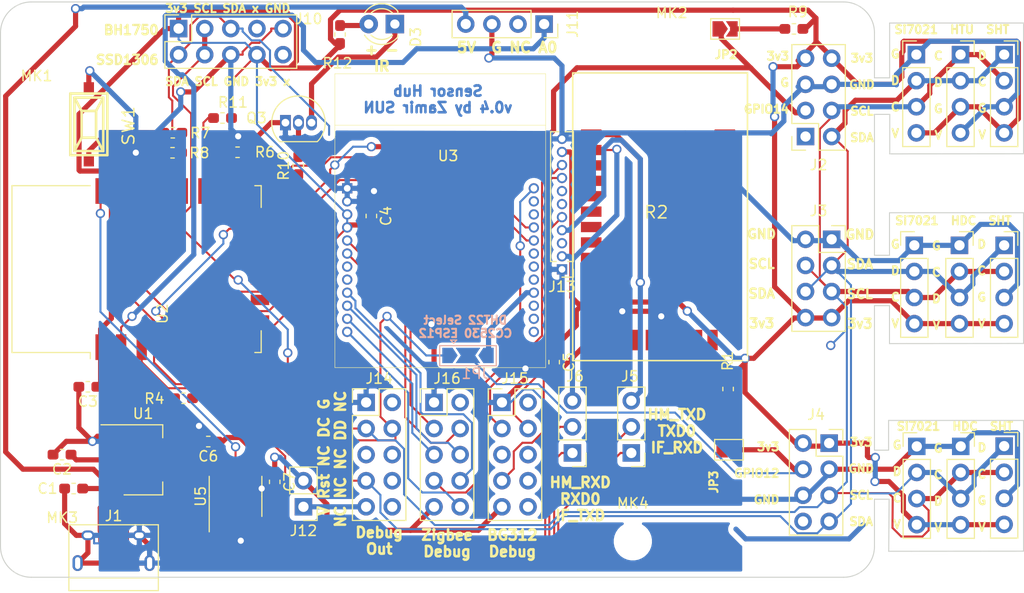
<source format=kicad_pcb>
(kicad_pcb (version 20171130) (host pcbnew 5.1.6-1.fc32)
  (title_block (date "15 nov 2012"))
  (layers (0 F.Cu signal) (31 B.Cu signal) (34 B.Paste user) (35 F.Paste user) (36 B.SilkS user) (37 F.SilkS user) (38 B.Mask user) (39 F.Mask user) (44 Edge.Cuts user))
  (net 0 "")
  (net 1 VBUS)
  (net 2 3V3_MCU)
  (net 3 USB-D+)
  (net 4 USB-D-)
  (net 5 GPIO0)
  (net 6 "Net-(R4-Pad1)")
  (net 7 "Net-(R7-Pad1)")
  (net 8 TXD0)
  (net 9 RXD0)
  (net 10 GPIO5)
  (net 11 GPIO4)
  (net 12 GPIO14)
  (net 13 GPIO16)
  (net 14 GND)
  (net 15 HM_RXD)
  (net 16 IF_RXD)
  (net 17 HM_TXD)
  (net 18 IF_TXD)
  (net 19 GPIO2)
  (net 20 A0)
  (net 21 "Net-(Q3-Pad2)")
  (net 22 IR_P)
  (net 23 IR_M)
  (net 24 DHT22)
  (net 25 BT_DC)
  (net 26 BT_DD)
  (net 27 BT_RST)
  (net 28 GPIO15)
  (net 29 GPIO13)
  (net 30 /ZB_MISO)
  (net 31 /ZB_MOSI)
  (net 32 /ZB_RST)
  (net 33 /ZB_CLK)
  (net 34 /ZB_CS)
  (net 35 /ZB_DD)
  (net 36 /ZB_DC)
  (net 37 GPIO12)
  (net 38 /ZB_07)
  (net 39 "Net-(JP2-Pad2)")
  (net 40 "Net-(JP3-Pad2)")
  (net 41 "Net-(J12-Pad1)")
  (module Connector_PinSocket_2.54mm:PinSocket_1x04_P2.54mm_Vertical (layer F.Cu) (at 297.6122 137.2365)
    (fp_text reference J22)
    (fp_text value SHT)
    (pad 1 thru_hole rect (at 0 0) (size 1.7 1.7) (drill 1) (layers *.Cu *.Mask) (net 10 GPIO5))
    (pad 2 thru_hole oval (at 0 2.54) (size 1.7 1.7) (drill 1) (layers *.Cu *.Mask) (net 11 GPIO4))
    (pad 3 thru_hole oval (at 0 5.08) (size 1.7 1.7) (drill 1) (layers *.Cu *.Mask) (net 14 GND))
    (pad 4 thru_hole oval (at 0 7.62) (size 1.7 1.7) (drill 1) (layers *.Cu *.Mask) (net 2 3V3_MCU))
  )
  (module Connector_PinSocket_2.54mm:PinSocket_1x04_P2.54mm_Vertical (layer F.Cu) (at 293.38905 137.2619)
    (fp_text reference J21)
    (fp_text value HDC1080)
    (pad 1 thru_hole rect (at 0 0) (size 1.7 1.7) (drill 1) (layers *.Cu *.Mask) (net 14 GND))
    (pad 2 thru_hole oval (at 0 2.54) (size 1.7 1.7) (drill 1) (layers *.Cu *.Mask) (net 11 GPIO4))
    (pad 3 thru_hole oval (at 0 5.08) (size 1.7 1.7) (drill 1) (layers *.Cu *.Mask) (net 10 GPIO5))
    (pad 4 thru_hole oval (at 0 7.62) (size 1.7 1.7) (drill 1) (layers *.Cu *.Mask) (net 2 3V3_MCU))
  )
  (module Connector_PinHeader_2.54mm:PinHeader_1x04_P2.54mm_Vertical (layer F.Cu) (at 289.1159 137.2619)
    (fp_text reference J20)
    (fp_text value Si7021)
    (pad 1 thru_hole rect (at 0 0) (size 1.7 1.7) (drill 1) (layers *.Cu *.Mask) (net 14 GND))
    (pad 2 thru_hole oval (at 0 2.54) (size 1.7 1.7) (drill 1) (layers *.Cu *.Mask) (net 10 GPIO5))
    (pad 3 thru_hole oval (at 0 5.08) (size 1.7 1.7) (drill 1) (layers *.Cu *.Mask) (net 11 GPIO4))
    (pad 4 thru_hole oval (at 0 7.62) (size 1.7 1.7) (drill 1) (layers *.Cu *.Mask) (net 2 3V3_MCU))
  )
  (module Connector_PinSocket_2.54mm:PinSocket_1x04_P2.54mm_Vertical (layer F.Cu) (at 297.6122 117.6912)
    (fp_text reference J19)
    (fp_text value SHT)
    (pad 4 thru_hole oval (at 0 7.62) (size 1.7 1.7) (drill 1) (layers *.Cu *.Mask) (net 2 3V3_MCU))
    (pad 3 thru_hole oval (at 0 5.08) (size 1.7 1.7) (drill 1) (layers *.Cu *.Mask) (net 14 GND))
    (pad 2 thru_hole oval (at 0 2.54) (size 1.7 1.7) (drill 1) (layers *.Cu *.Mask) (net 11 GPIO4))
    (pad 1 thru_hole rect (at 0 0) (size 1.7 1.7) (drill 1) (layers *.Cu *.Mask) (net 10 GPIO5))
  )
  (module Connector_PinSocket_2.54mm:PinSocket_1x04_P2.54mm_Vertical (layer F.Cu) (at 297.6122 99.1238)
    (fp_text reference J9)
    (fp_text value SHT)
    (pad 4 thru_hole oval (at 0 7.62) (size 1.7 1.7) (drill 1) (layers *.Cu *.Mask) (net 2 3V3_MCU))
    (pad 3 thru_hole oval (at 0 5.08) (size 1.7 1.7) (drill 1) (layers *.Cu *.Mask) (net 14 GND))
    (pad 2 thru_hole oval (at 0 2.54) (size 1.7 1.7) (drill 1) (layers *.Cu *.Mask) (net 11 GPIO4))
    (pad 1 thru_hole rect (at 0 0) (size 1.7 1.7) (drill 1) (layers *.Cu *.Mask) (net 10 GPIO5))
  )
  (module Connector_PinSocket_2.54mm:PinSocket_1x04_P2.54mm_Vertical (layer F.Cu) (at 293.37 99.1238)
    (fp_text reference J8)
    (fp_text value HTU21D)
    (pad 4 thru_hole oval (at 0 7.62) (size 1.7 1.7) (drill 1) (layers *.Cu *.Mask) (net 14 GND))
    (pad 3 thru_hole oval (at 0 5.08) (size 1.7 1.7) (drill 1) (layers *.Cu *.Mask) (net 2 3V3_MCU))
    (pad 2 thru_hole oval (at 0 2.54) (size 1.7 1.7) (drill 1) (layers *.Cu *.Mask) (net 10 GPIO5))
    (pad 1 thru_hole rect (at 0 0) (size 1.7 1.7) (drill 1) (layers *.Cu *.Mask) (net 11 GPIO4))
  )
  (module Connector_PinSocket_2.54mm:PinSocket_1x04_P2.54mm_Vertical (layer F.Cu) (at 293.2684 117.6912)
    (fp_text reference J18)
    (fp_text value HDC1080)
    (pad 4 thru_hole oval (at 0 7.62) (size 1.7 1.7) (drill 1) (layers *.Cu *.Mask) (net 2 3V3_MCU))
    (pad 3 thru_hole oval (at 0 5.08) (size 1.7 1.7) (drill 1) (layers *.Cu *.Mask) (net 10 GPIO5))
    (pad 2 thru_hole oval (at 0 2.54) (size 1.7 1.7) (drill 1) (layers *.Cu *.Mask) (net 11 GPIO4))
    (pad 1 thru_hole rect (at 0 0) (size 1.7 1.7) (drill 1) (layers *.Cu *.Mask) (net 14 GND))
  )
  (module Connector_PinHeader_2.54mm:PinHeader_1x04_P2.54mm_Vertical (layer F.Cu) (at 288.8746 117.6912)
    (fp_text reference J17)
    (fp_text value Si7021)
    (pad 4 thru_hole oval (at 0 7.62) (size 1.7 1.7) (drill 1) (layers *.Cu *.Mask) (net 2 3V3_MCU))
    (pad 3 thru_hole oval (at 0 5.08) (size 1.7 1.7) (drill 1) (layers *.Cu *.Mask) (net 11 GPIO4))
    (pad 2 thru_hole oval (at 0 2.54) (size 1.7 1.7) (drill 1) (layers *.Cu *.Mask) (net 10 GPIO5))
    (pad 1 thru_hole rect (at 0 0) (size 1.7 1.7) (drill 1) (layers *.Cu *.Mask) (net 14 GND))
  )
  (module Connector_PinHeader_2.54mm:PinHeader_1x04_P2.54mm_Vertical (layer F.Cu) (at 289.0778 99.1238)
    (fp_text reference J7)
    (fp_text value Si7021)
    (pad 4 thru_hole oval (at 0 7.62) (size 1.7 1.7) (drill 1) (layers *.Cu *.Mask) (net 2 3V3_MCU))
    (pad 3 thru_hole oval (at 0 5.08) (size 1.7 1.7) (drill 1) (layers *.Cu *.Mask) (net 11 GPIO4))
    (pad 2 thru_hole oval (at 0 2.54) (size 1.7 1.7) (drill 1) (layers *.Cu *.Mask) (net 10 GPIO5))
    (pad 1 thru_hole rect (at 0 0) (size 1.7 1.7) (drill 1) (layers *.Cu *.Mask) (net 14 GND))
  )
  (module Connector_PinSocket_2.54mm:PinSocket_2x04_P2.54mm_Vertical (layer F.Cu) (at 280.5942 136.9444)
    (fp_text reference J4 (at -1.27 -2.77) (layer F.SilkS))
    (fp_text value IO12/SHT)
    (pad 8 thru_hole oval (at -2.54 7.62) (size 1.7 1.7) (drill 1) (layers *.Cu *.Mask))
    (pad 7 thru_hole oval (at 0 7.62) (size 1.7 1.7) (drill 1) (layers *.Cu *.Mask) (net 10 GPIO5))
    (pad 6 thru_hole oval (at -2.54 5.08) (size 1.7 1.7) (drill 1) (layers *.Cu *.Mask) (net 14 GND))
    (pad 5 thru_hole oval (at 0 5.08) (size 1.7 1.7) (drill 1) (layers *.Cu *.Mask) (net 11 GPIO4))
    (pad 4 thru_hole oval (at -2.54 2.54) (size 1.7 1.7) (drill 1) (layers *.Cu *.Mask) (net 24 DHT22))
    (pad 3 thru_hole oval (at 0 2.54) (size 1.7 1.7) (drill 1) (layers *.Cu *.Mask) (net 14 GND))
    (pad 2 thru_hole oval (at -2.54 0) (size 1.7 1.7) (drill 1) (layers *.Cu *.Mask) (net 2 3V3_MCU))
    (pad 1 thru_hole rect (at 0 0) (size 1.7 1.7) (drill 1) (layers *.Cu *.Mask) (net 2 3V3_MCU))
  )
  (module Connector_PinSocket_2.54mm:PinSocket_2x04_P2.54mm_Vertical (layer F.Cu) (at 280.8355 117.107)
    (fp_text reference J3 (at -1.27 -2.77) (layer F.SilkS))
    (fp_text value HDC/Si7021)
    (pad 8 thru_hole oval (at -2.54 7.62) (size 1.7 1.7) (drill 1) (layers *.Cu *.Mask) (net 2 3V3_MCU))
    (pad 7 thru_hole oval (at 0 7.62) (size 1.7 1.7) (drill 1) (layers *.Cu *.Mask) (net 2 3V3_MCU))
    (pad 6 thru_hole oval (at -2.54 5.08) (size 1.7 1.7) (drill 1) (layers *.Cu *.Mask) (net 10 GPIO5))
    (pad 5 thru_hole oval (at 0 5.08) (size 1.7 1.7) (drill 1) (layers *.Cu *.Mask) (net 11 GPIO4))
    (pad 4 thru_hole oval (at -2.54 2.54) (size 1.7 1.7) (drill 1) (layers *.Cu *.Mask) (net 11 GPIO4))
    (pad 3 thru_hole oval (at 0 2.54) (size 1.7 1.7) (drill 1) (layers *.Cu *.Mask) (net 10 GPIO5))
    (pad 2 thru_hole oval (at -2.54 0) (size 1.7 1.7) (drill 1) (layers *.Cu *.Mask) (net 14 GND))
    (pad 1 thru_hole rect (at 0 0) (size 1.7 1.7) (drill 1) (layers *.Cu *.Mask) (net 14 GND))
  )
  (module Connector_PinSocket_2.54mm:PinSocket_2x04_P2.54mm_Vertical (layer F.Cu) (at 278.2955 107.0994 180)
    (fp_text reference J2 (at -1.27 -2.77) (layer F.SilkS))
    (fp_text value IO14/SHT)
    (pad 8 thru_hole oval (at -2.54 7.62 180) (size 1.7 1.7) (drill 1) (layers *.Cu *.Mask) (net 2 3V3_MCU))
    (pad 7 thru_hole oval (at 0 7.62 180) (size 1.7 1.7) (drill 1) (layers *.Cu *.Mask) (net 2 3V3_MCU))
    (pad 6 thru_hole oval (at -2.54 5.08 180) (size 1.7 1.7) (drill 1) (layers *.Cu *.Mask) (net 14 GND))
    (pad 5 thru_hole oval (at 0 5.08 180) (size 1.7 1.7) (drill 1) (layers *.Cu *.Mask) (net 14 GND))
    (pad 4 thru_hole oval (at -2.54 2.54 180) (size 1.7 1.7) (drill 1) (layers *.Cu *.Mask) (net 11 GPIO4))
    (pad 3 thru_hole oval (at 0 2.54 180) (size 1.7 1.7) (drill 1) (layers *.Cu *.Mask) (net 12 GPIO14))
    (pad 2 thru_hole oval (at -2.54 0 180) (size 1.7 1.7) (drill 1) (layers *.Cu *.Mask) (net 10 GPIO5))
    (pad 1 thru_hole rect (at 0 0 180) (size 1.7 1.7) (drill 1) (layers *.Cu *.Mask))
  )
  (module Resistor_SMD:R_0603_1608Metric_Pad1.05x0.95mm_HandSolder (layer F.Cu) (at 270.7644 131.6752 270)
    (fp_text reference R1 (at -2.7318 0.0508 90) (layer F.SilkS))
    (fp_text value 4.7k)
    (pad 2 smd roundrect (at 0.875 0 270) (size 1.05 0.95) (layers F.Cu F.Paste F.Mask) (net 40 "Net-(JP3-Pad2)"))
    (pad 1 smd roundrect (at -0.875 0 270) (size 1.05 0.95) (layers F.Cu F.Paste F.Mask) (net 2 3V3_MCU))
  )
  (module Jumper:SolderJumper-2_P1.3mm_Open_TrianglePad1.0x1.5mm (layer F.Cu) (at 270.8533 137.5921 180)
    (fp_text reference JP3 (at 1.4859 -3.1369 90) (layer F.SilkS) (effects (font (size 0.8 0.8) (thickness 0.2))))
    (fp_text value SJ_GPIO12)
    (pad 1 smd custom (at -0.725 0 180) (size 0.3 0.3) (layers F.Cu F.Mask) (net 24 DHT22) (options (clearance outline) (anchor rect)) (primitives (gr_poly (pts (xy -0.5 -0.75) (xy 0.5 -0.75) (xy 1 0) (xy 0.5 0.75) (xy -0.5 0.75)) (width 0))))
    (pad 2 smd custom (at 0.725 0 180) (size 0.3 0.3) (layers F.Cu F.Mask) (net 40 "Net-(JP3-Pad2)") (options (clearance outline) (anchor rect)) (primitives (gr_poly (pts (xy -0.65 -0.75) (xy 0.5 -0.75) (xy 0.5 0.75) (xy -0.65 0.75) (xy -0.15 0)) (width 0))))
  )
  (module Jumper:SolderJumper-2_P1.3mm_Open_TrianglePad1.0x1.5mm (layer F.Cu) (at 270.4712 96.6219)
    (fp_text reference JP2 (at 0.1027 2.5019) (layer F.SilkS) (effects (font (size 0.8 0.8) (thickness 0.2))))
    (fp_text value SJ_GPIO14)
    (pad 1 smd custom (at -0.725 0) (size 0.3 0.3) (layers F.Cu F.Mask) (net 12 GPIO14) (options (clearance outline) (anchor rect)) (primitives (gr_poly (pts (xy -0.5 -0.75) (xy 0.5 -0.75) (xy 1 0) (xy 0.5 0.75) (xy -0.5 0.75)) (width 0))))
    (pad 2 smd custom (at 0.725 0) (size 0.3 0.3) (layers F.Cu F.Mask) (net 39 "Net-(JP2-Pad2)") (options (clearance outline) (anchor rect)) (primitives (gr_poly (pts (xy -0.65 -0.75) (xy 0.5 -0.75) (xy 0.5 0.75) (xy -0.65 0.75) (xy -0.15 0)) (width 0))))
  )
  (module Jumper:SolderJumper-3_P2.0mm_Open_TrianglePad1.0x1.5mm (layer B.Cu) (at 245.466 128.41)
    (fp_text reference JP1 (at 0.725 1.775) (layer B.SilkS) (effects (justify mirror)))
    (fp_text value SJ_DHT)
    (pad 3 smd custom (at 2 0 180) (size 0.3 0.3) (layers B.Cu B.Mask) (net 38 /ZB_07) (options (clearance outline) (anchor rect)) (primitives (gr_poly (pts (xy -0.5 0.75) (xy 0.5 0.75) (xy 1 0) (xy 0.5 -0.75) (xy -0.5 -0.75)) (width 0))))
    (pad 2 smd custom (at 0 0) (size 0.3 0.3) (layers B.Cu) (net 24 DHT22) (options (clearance outline) (anchor rect)) (primitives (gr_poly (pts (xy -1.2 0.75) (xy 1.2 0.75) (xy 0.7 0) (xy 1.2 -0.75) (xy -1.2 -0.75) (xy -0.7 0)) (width 0))))
    (pad 1 smd custom (at -2 0) (size 0.3 0.3) (layers B.Cu B.Mask) (net 37 GPIO12) (options (clearance outline) (anchor rect)) (primitives (gr_poly (pts (xy -0.5 0.75) (xy 0.5 0.75) (xy 1 0) (xy 0.5 -0.75) (xy -0.5 -0.75)) (width 0))))
  )
  (module Capacitor_SMD:C_0603_1608Metric_Pad1.05x0.95mm_HandSolder (layer F.Cu) (at 253.848 129.059 270)
    (fp_text reference C5 (at 0 -1.43 90) (layer F.SilkS))
    (fp_text value 100nF)
    (pad 2 smd roundrect (at 0.875 0 270) (size 1.05 0.95) (layers F.Cu F.Paste F.Mask) (net 14 GND))
    (pad 1 smd roundrect (at -0.875 0 270) (size 1.05 0.95) (layers F.Cu F.Paste F.Mask) (net 2 3V3_MCU))
  )
  (module Capacitor_SMD:C_0603_1608Metric_Pad1.05x0.95mm_HandSolder (layer F.Cu) (at 236.068 114.835 270)
    (fp_text reference C4 (at 0 -1.43 90) (layer F.SilkS))
    (fp_text value 100nF)
    (pad 2 smd roundrect (at 0.875 0 270) (size 1.05 0.95) (layers F.Cu F.Paste F.Mask) (net 2 3V3_MCU))
    (pad 1 smd roundrect (at -0.875 0 270) (size 1.05 0.95) (layers F.Cu F.Paste F.Mask) (net 14 GND))
  )
  (module Connector_PinHeader_2.54mm:PinHeader_2x05_P2.54mm_Vertical (layer F.Cu) (at 235.56 132.982)
    (fp_text reference J14 (at 1.27 -2.33) (layer F.SilkS))
    (fp_text value CC_DBG)
    (pad 10 thru_hole oval (at 2.54 10.16) (size 1.7 1.7) (drill 1) (layers *.Cu *.Mask))
    (pad 9 thru_hole oval (at 0 10.16) (size 1.7 1.7) (drill 1) (layers *.Cu *.Mask) (net 41 "Net-(J12-Pad1)"))
    (pad 8 thru_hole oval (at 2.54 7.62) (size 1.7 1.7) (drill 1) (layers *.Cu *.Mask))
    (pad 7 thru_hole oval (at 0 7.62) (size 1.7 1.7) (drill 1) (layers *.Cu *.Mask) (net 10 GPIO5))
    (pad 6 thru_hole oval (at 2.54 5.08) (size 1.7 1.7) (drill 1) (layers *.Cu *.Mask))
    (pad 5 thru_hole oval (at 0 5.08) (size 1.7 1.7) (drill 1) (layers *.Cu *.Mask))
    (pad 4 thru_hole oval (at 2.54 2.54) (size 1.7 1.7) (drill 1) (layers *.Cu *.Mask) (net 37 GPIO12))
    (pad 3 thru_hole oval (at 0 2.54) (size 1.7 1.7) (drill 1) (layers *.Cu *.Mask) (net 11 GPIO4))
    (pad 2 thru_hole oval (at 2.54 0) (size 1.7 1.7) (drill 1) (layers *.Cu *.Mask))
    (pad 1 thru_hole rect (at 0 0) (size 1.7 1.7) (drill 1) (layers *.Cu *.Mask) (net 14 GND))
  )
  (module Connector_PinHeader_2.54mm:PinHeader_2x05_P2.54mm_Vertical (layer F.Cu) (at 242.164 132.982)
    (fp_text reference J16 (at 1.27 -2.33) (layer F.SilkS))
    (fp_text value ZB_DBG)
    (pad 10 thru_hole oval (at 2.54 10.16) (size 1.7 1.7) (drill 1) (layers *.Cu *.Mask) (net 30 /ZB_MISO))
    (pad 9 thru_hole oval (at 0 10.16) (size 1.7 1.7) (drill 1) (layers *.Cu *.Mask) (net 2 3V3_MCU))
    (pad 8 thru_hole oval (at 2.54 7.62) (size 1.7 1.7) (drill 1) (layers *.Cu *.Mask) (net 31 /ZB_MOSI))
    (pad 7 thru_hole oval (at 0 7.62) (size 1.7 1.7) (drill 1) (layers *.Cu *.Mask) (net 32 /ZB_RST))
    (pad 6 thru_hole oval (at 2.54 5.08) (size 1.7 1.7) (drill 1) (layers *.Cu *.Mask) (net 33 /ZB_CLK))
    (pad 5 thru_hole oval (at 0 5.08) (size 1.7 1.7) (drill 1) (layers *.Cu *.Mask) (net 34 /ZB_CS))
    (pad 4 thru_hole oval (at 2.54 2.54) (size 1.7 1.7) (drill 1) (layers *.Cu *.Mask) (net 35 /ZB_DD))
    (pad 3 thru_hole oval (at 0 2.54) (size 1.7 1.7) (drill 1) (layers *.Cu *.Mask) (net 36 /ZB_DC))
    (pad 2 thru_hole oval (at 2.54 0) (size 1.7 1.7) (drill 1) (layers *.Cu *.Mask))
    (pad 1 thru_hole rect (at 0 0) (size 1.7 1.7) (drill 1) (layers *.Cu *.Mask) (net 14 GND))
  )
  (module Connector_PinHeader_2.54mm:PinHeader_2x05_P2.54mm_Vertical (layer F.Cu) (at 248.768 132.982)
    (fp_text reference J15 (at 1.27 -2.33) (layer F.SilkS))
    (fp_text value BT_DBG)
    (pad 10 thru_hole oval (at 2.54 10.16) (size 1.7 1.7) (drill 1) (layers *.Cu *.Mask))
    (pad 9 thru_hole oval (at 0 10.16) (size 1.7 1.7) (drill 1) (layers *.Cu *.Mask) (net 2 3V3_MCU))
    (pad 8 thru_hole oval (at 2.54 7.62) (size 1.7 1.7) (drill 1) (layers *.Cu *.Mask))
    (pad 7 thru_hole oval (at 0 7.62) (size 1.7 1.7) (drill 1) (layers *.Cu *.Mask) (net 27 BT_RST))
    (pad 6 thru_hole oval (at 2.54 5.08) (size 1.7 1.7) (drill 1) (layers *.Cu *.Mask))
    (pad 5 thru_hole oval (at 0 5.08) (size 1.7 1.7) (drill 1) (layers *.Cu *.Mask))
    (pad 4 thru_hole oval (at 2.54 2.54) (size 1.7 1.7) (drill 1) (layers *.Cu *.Mask) (net 26 BT_DD))
    (pad 3 thru_hole oval (at 0 2.54) (size 1.7 1.7) (drill 1) (layers *.Cu *.Mask) (net 25 BT_DC))
    (pad 2 thru_hole oval (at 2.54 0) (size 1.7 1.7) (drill 1) (layers *.Cu *.Mask))
    (pad 1 thru_hole rect (at 0 0) (size 1.7 1.7) (drill 1) (layers *.Cu *.Mask) (net 14 GND))
  )
  (module Connector_PinHeader_2.54mm:PinHeader_1x02_P2.54mm_Vertical (layer F.Cu) (at 229.464 143.142 180)
    (fp_text reference J12 (at 0 -2.33) (layer F.SilkS))
    (fp_text value CC_PWR)
    (pad 2 thru_hole oval (at 0 2.54 180) (size 1.7 1.7) (drill 1) (layers *.Cu *.Mask) (net 2 3V3_MCU))
    (pad 1 thru_hole rect (at 0 0 180) (size 1.7 1.7) (drill 1) (layers *.Cu *.Mask) (net 41 "Net-(J12-Pad1)"))
  )
  (module Connector_PinHeader_1.27mm:PinHeader_1x11_P1.27mm_Vertical (layer F.Cu) (at 254.61 120.028 180)
    (fp_text reference J13 (at 0 -1.695) (layer F.SilkS))
    (fp_text value BG312L)
    (pad 11 thru_hole oval (at 0 12.7 180) (size 1 1) (drill 0.65) (layers *.Cu *.Mask) (net 14 GND))
    (pad 10 thru_hole oval (at 0 11.43 180) (size 1 1) (drill 0.65) (layers *.Cu *.Mask) (net 2 3V3_MCU))
    (pad 9 thru_hole oval (at 0 10.16 180) (size 1 1) (drill 0.65) (layers *.Cu *.Mask) (net 25 BT_DC))
    (pad 8 thru_hole oval (at 0 8.89 180) (size 1 1) (drill 0.65) (layers *.Cu *.Mask) (net 26 BT_DD))
    (pad 7 thru_hole oval (at 0 7.62 180) (size 1 1) (drill 0.65) (layers *.Cu *.Mask))
    (pad 6 thru_hole oval (at 0 6.35 180) (size 1 1) (drill 0.65) (layers *.Cu *.Mask))
    (pad 5 thru_hole oval (at 0 5.08 180) (size 1 1) (drill 0.65) (layers *.Cu *.Mask) (net 27 BT_RST))
    (pad 4 thru_hole oval (at 0 3.81 180) (size 1 1) (drill 0.65) (layers *.Cu *.Mask) (net 17 HM_TXD))
    (pad 3 thru_hole oval (at 0 2.54 180) (size 1 1) (drill 0.65) (layers *.Cu *.Mask))
    (pad 2 thru_hole oval (at 0 1.27 180) (size 1 1) (drill 0.65) (layers *.Cu *.Mask) (net 15 HM_RXD))
    (pad 1 thru_hole rect (at 0 0 180) (size 1 1) (drill 0.65) (layers *.Cu *.Mask) (net 14 GND))
  )
  (module Package_SO:SOIC-8_3.9x4.9mm_P1.27mm (layer F.Cu) (at 222.86 142.126 90)
    (fp_text reference U5 (at 0 -3.4 90) (layer F.SilkS))
    (fp_text value CH330N)
    (pad 8 smd roundrect (at 2.475 -1.905 90) (size 1.95 0.6) (layers F.Cu F.Paste F.Mask) (net 2 3V3_MCU))
    (pad 7 smd roundrect (at 2.475 -0.635 90) (size 1.95 0.6) (layers F.Cu F.Paste F.Mask) (net 16 IF_RXD))
    (pad 6 smd roundrect (at 2.475 0.635 90) (size 1.95 0.6) (layers F.Cu F.Paste F.Mask) (net 18 IF_TXD))
    (pad 5 smd roundrect (at 2.475 1.905 90) (size 1.95 0.6) (layers F.Cu F.Paste F.Mask) (net 2 3V3_MCU))
    (pad 4 smd roundrect (at -2.475 1.905 90) (size 1.95 0.6) (layers F.Cu F.Paste F.Mask))
    (pad 3 smd roundrect (at -2.475 0.635 90) (size 1.95 0.6) (layers F.Cu F.Paste F.Mask) (net 14 GND))
    (pad 2 smd roundrect (at -2.475 -0.635 90) (size 1.95 0.6) (layers F.Cu F.Paste F.Mask) (net 4 USB-D-))
    (pad 1 smd roundrect (at -2.475 -1.905 90) (size 1.95 0.6) (layers F.Cu F.Paste F.Mask) (net 3 USB-D+))
  )
  (module Package_TO_SOT_SMD:SOT-223-3_TabPin2 (layer F.Cu) (at 213.868 138.57)
    (fp_text reference U1 (at 0 -4.5) (layer F.SilkS))
    (fp_text value AP1117-33)
    (pad 1 smd rect (at -3.15 -2.3) (size 2 1.5) (layers F.Cu F.Paste F.Mask) (net 14 GND))
    (pad 3 smd rect (at -3.15 2.3) (size 2 1.5) (layers F.Cu F.Paste F.Mask) (net 1 VBUS))
    (pad 2 smd rect (at -3.15 0) (size 2 1.5) (layers F.Cu F.Paste F.Mask) (net 2 3V3_MCU))
    (pad 2 smd rect (at 3.15 0) (size 2 3.8) (layers F.Cu F.Paste F.Mask) (net 2 3V3_MCU))
  )
  (module Capacitor_SMD:C_0603_1608Metric_Pad1.05x0.95mm_HandSolder (layer F.Cu) (at 226.67 140.715 270)
    (fp_text reference C7 (at 0 -1.43 90) (layer F.SilkS))
    (fp_text value 100nF)
    (pad 2 smd roundrect (at 0.875 0 270) (size 1.05 0.95) (layers F.Cu F.Paste F.Mask) (net 14 GND))
    (pad 1 smd roundrect (at -0.875 0 270) (size 1.05 0.95) (layers F.Cu F.Paste F.Mask) (net 2 3V3_MCU))
  )
  (module Capacitor_SMD:C_0603_1608Metric_Pad1.05x0.95mm_HandSolder (layer F.Cu) (at 220.207 136.792 180)
    (fp_text reference C6 (at 0 -1.43) (layer F.SilkS))
    (fp_text value 100nF)
    (pad 2 smd roundrect (at 0.875 0 180) (size 1.05 0.95) (layers F.Cu F.Paste F.Mask) (net 14 GND))
    (pad 1 smd roundrect (at -0.875 0 180) (size 1.05 0.95) (layers F.Cu F.Paste F.Mask) (net 2 3V3_MCU))
  )
  (module zsun-connectors:SZ1-CC2530 (layer F.Cu) (at 233.72 112.14)
    (fp_text reference U3 (at 9.81 -3.15) (layer F.SilkS))
    (fp_text value SZ1-CC2530)
    (pad 23 thru_hole oval (at 18.15 1.27) (size 1 1) (drill 0.65) (layers *.Cu *.Mask))
    (pad 19 thru_hole oval (at 18.15 6.35) (size 1 1) (drill 0.65) (layers *.Cu *.Mask))
    (pad 24 thru_hole circle (at 18.15 0) (size 1 1) (drill 0.65) (layers *.Cu *.Mask) (net 32 /ZB_RST))
    (pad 20 thru_hole oval (at 18.15 5.08) (size 1 1) (drill 0.65) (layers *.Cu *.Mask) (net 29 GPIO13))
    (pad 22 thru_hole oval (at 18.15 2.54) (size 1 1) (drill 0.65) (layers *.Cu *.Mask))
    (pad 17 thru_hole oval (at 18.15 8.89) (size 1 1) (drill 0.65) (layers *.Cu *.Mask))
    (pad 16 thru_hole oval (at 18.15 10.16) (size 1 1) (drill 0.65) (layers *.Cu *.Mask) (net 38 /ZB_07))
    (pad 15 thru_hole oval (at 18.15 11.43) (size 1 1) (drill 0.65) (layers *.Cu *.Mask))
    (pad 13 thru_hole oval (at 18.15 13.97) (size 1 1) (drill 0.65) (layers *.Cu *.Mask))
    (pad 21 thru_hole oval (at 18.15 3.81) (size 1 1) (drill 0.65) (layers *.Cu *.Mask) (net 28 GPIO15))
    (pad 14 thru_hole oval (at 18.15 12.7) (size 1 1) (drill 0.65) (layers *.Cu *.Mask))
    (pad 18 thru_hole oval (at 18.15 7.62) (size 1 1) (drill 0.65) (layers *.Cu *.Mask))
    (pad 12 thru_hole oval (at 0 13.97) (size 1 1) (drill 0.65) (layers *.Cu *.Mask) (net 30 /ZB_MISO))
    (pad 11 thru_hole oval (at 0 12.7) (size 1 1) (drill 0.65) (layers *.Cu *.Mask) (net 34 /ZB_CS))
    (pad 10 thru_hole oval (at 0 11.43) (size 1 1) (drill 0.65) (layers *.Cu *.Mask) (net 33 /ZB_CLK))
    (pad 9 thru_hole oval (at 0 10.16) (size 1 1) (drill 0.65) (layers *.Cu *.Mask) (net 31 /ZB_MOSI))
    (pad 8 thru_hole oval (at 0 8.89) (size 1 1) (drill 0.65) (layers *.Cu *.Mask))
    (pad 7 thru_hole oval (at 0 7.62) (size 1 1) (drill 0.65) (layers *.Cu *.Mask))
    (pad 6 thru_hole oval (at 0 6.35) (size 1 1) (drill 0.65) (layers *.Cu *.Mask) (net 35 /ZB_DD))
    (pad 5 thru_hole oval (at 0 5.08) (size 1 1) (drill 0.65) (layers *.Cu *.Mask) (net 36 /ZB_DC))
    (pad 4 thru_hole oval (at 0 3.81) (size 1 1) (drill 0.65) (layers *.Cu *.Mask) (net 2 3V3_MCU))
    (pad 3 thru_hole oval (at 0 2.54) (size 1 1) (drill 0.65) (layers *.Cu *.Mask) (net 2 3V3_MCU))
    (pad 2 thru_hole oval (at 0 1.27) (size 1 1) (drill 0.65) (layers *.Cu *.Mask) (net 14 GND))
    (pad 1 thru_hole rect (at 0 0) (size 1 1) (drill 0.65) (layers *.Cu *.Mask) (net 14 GND))
  )
  (module LED_THT:LED_D3.0mm_IRBlack (layer F.Cu) (at 238.354 96.152 180)
    (fp_text reference D3 (at -2.032 -1.27 270) (layer F.SilkS))
    (fp_text value Infrared)
    (pad 1 thru_hole rect (at 0 0 180) (size 1.8 1.8) (drill 0.9) (layers *.Cu *.Mask) (net 23 IR_M))
    (pad 2 thru_hole circle (at 2.54 0 180) (size 1.8 1.8) (drill 0.9) (layers *.Cu *.Mask) (net 22 IR_P))
  )
  (module Connector_PinSocket_2.54mm:PinSocket_2x05_P2.54mm_Vertical (layer F.Cu) (at 217.32 96.59 90)
    (fp_text reference J10 (at 0.946 12.652 180) (layer F.SilkS))
    (fp_text value BH1750/Display)
    (pad 10 thru_hole oval (at -2.54 10.16 90) (size 1.7 1.7) (drill 1) (layers *.Cu *.Mask))
    (pad 9 thru_hole oval (at 0 10.16 90) (size 1.7 1.7) (drill 1) (layers *.Cu *.Mask) (net 14 GND))
    (pad 8 thru_hole oval (at -2.54 7.62 90) (size 1.7 1.7) (drill 1) (layers *.Cu *.Mask) (net 2 3V3_MCU))
    (pad 7 thru_hole oval (at 0 7.62 90) (size 1.7 1.7) (drill 1) (layers *.Cu *.Mask))
    (pad 6 thru_hole oval (at -2.54 5.08 90) (size 1.7 1.7) (drill 1) (layers *.Cu *.Mask) (net 14 GND))
    (pad 5 thru_hole oval (at 0 5.08 90) (size 1.7 1.7) (drill 1) (layers *.Cu *.Mask) (net 10 GPIO5))
    (pad 4 thru_hole oval (at -2.54 2.54 90) (size 1.7 1.7) (drill 1) (layers *.Cu *.Mask) (net 11 GPIO4))
    (pad 3 thru_hole oval (at 0 2.54 90) (size 1.7 1.7) (drill 1) (layers *.Cu *.Mask) (net 11 GPIO4))
    (pad 2 thru_hole oval (at -2.54 0 90) (size 1.7 1.7) (drill 1) (layers *.Cu *.Mask) (net 10 GPIO5))
    (pad 1 thru_hole rect (at 0 0 90) (size 1.7 1.7) (drill 1) (layers *.Cu *.Mask) (net 2 3V3_MCU))
  )
  (module RF_Module:ESP-12E (layer F.Cu) (at 213.233 120.003 90)
    (fp_text reference U2 (at -4.343 2.515 90) (layer F.SilkS))
    (fp_text value ESP-12F)
    (pad 22 smd rect (at 7.6 -3.5 90) (size 2.5 1) (layers F.Cu F.Paste F.Mask) (net 8 TXD0))
    (pad 21 smd rect (at 7.6 -1.5 90) (size 2.5 1) (layers F.Cu F.Paste F.Mask) (net 9 RXD0))
    (pad 20 smd rect (at 7.6 0.5 90) (size 2.5 1) (layers F.Cu F.Paste F.Mask) (net 10 GPIO5))
    (pad 19 smd rect (at 7.6 2.5 90) (size 2.5 1) (layers F.Cu F.Paste F.Mask) (net 11 GPIO4))
    (pad 18 smd rect (at 7.6 4.5 90) (size 2.5 1) (layers F.Cu F.Paste F.Mask) (net 5 GPIO0))
    (pad 17 smd rect (at 7.6 6.5 90) (size 2.5 1) (layers F.Cu F.Paste F.Mask) (net 19 GPIO2))
    (pad 16 smd rect (at 7.6 8.5 90) (size 2.5 1) (layers F.Cu F.Paste F.Mask) (net 28 GPIO15))
    (pad 15 smd rect (at 7.6 10.5 90) (size 2.5 1) (layers F.Cu F.Paste F.Mask) (net 14 GND))
    (pad 14 smd rect (at 5 12 90) (size 1 1.8) (layers F.Cu F.Paste F.Mask))
    (pad 13 smd rect (at 3 12 90) (size 1 1.8) (layers F.Cu F.Paste F.Mask))
    (pad 12 smd rect (at 1 12 90) (size 1 1.8) (layers F.Cu F.Paste F.Mask))
    (pad 11 smd rect (at -1 12 90) (size 1 1.8) (layers F.Cu F.Paste F.Mask))
    (pad 10 smd rect (at -3 12 90) (size 1 1.8) (layers F.Cu F.Paste F.Mask))
    (pad 9 smd rect (at -5 12 90) (size 1 1.8) (layers F.Cu F.Paste F.Mask))
    (pad 8 smd rect (at -7.6 10.5 90) (size 2.5 1) (layers F.Cu F.Paste F.Mask) (net 2 3V3_MCU))
    (pad 7 smd rect (at -7.6 8.5 90) (size 2.5 1) (layers F.Cu F.Paste F.Mask) (net 29 GPIO13))
    (pad 6 smd rect (at -7.6 6.5 90) (size 2.5 1) (layers F.Cu F.Paste F.Mask) (net 37 GPIO12))
    (pad 5 smd rect (at -7.6 4.5 90) (size 2.5 1) (layers F.Cu F.Paste F.Mask) (net 12 GPIO14))
    (pad 4 smd rect (at -7.6 2.5 90) (size 2.5 1) (layers F.Cu F.Paste F.Mask) (net 13 GPIO16))
    (pad 3 smd rect (at -7.6 0.5 90) (size 2.5 1) (layers F.Cu F.Paste F.Mask) (net 6 "Net-(R4-Pad1)"))
    (pad 2 smd rect (at -7.6 -1.5 90) (size 2.5 1) (layers F.Cu F.Paste F.Mask) (net 20 A0))
    (pad 1 smd rect (at -7.6 -3.5 90) (size 2.5 1) (layers F.Cu F.Paste F.Mask) (net 2 3V3_MCU))
  )
  (module Resistor_SMD:R_0603_1608Metric_Pad1.05x0.95mm_HandSolder (layer F.Cu) (at 233.02 97.168 270)
    (fp_text reference R12 (at 2.794 0.254 180) (layer F.SilkS))
    (fp_text value 2.5R)
    (pad 2 smd roundrect (at 0.875 0 270) (size 1.05 0.95) (layers F.Cu F.Paste F.Mask) (net 2 3V3_MCU))
    (pad 1 smd roundrect (at -0.875 0 270) (size 1.05 0.95) (layers F.Cu F.Paste F.Mask) (net 22 IR_P))
  )
  (module Resistor_SMD:R_0603_1608Metric_Pad1.05x0.95mm_HandSolder (layer F.Cu) (at 221.59 105.296 180)
    (fp_text reference R11 (at -1.016 1.524) (layer F.SilkS))
    (fp_text value R_Small)
    (pad 2 smd roundrect (at 0.875 0 180) (size 1.05 0.95) (layers F.Cu F.Paste F.Mask) (net 19 GPIO2))
    (pad 1 smd roundrect (at -0.875 0 180) (size 1.05 0.95) (layers F.Cu F.Paste F.Mask) (net 2 3V3_MCU))
  )
  (module Resistor_SMD:R_0603_1608Metric_Pad1.05x0.95mm_HandSolder (layer F.Cu) (at 228.96 109.935 90)
    (fp_text reference R10 (at 0 -1.43 90) (layer F.SilkS))
    (fp_text value 2.7k)
    (pad 2 smd roundrect (at 0.875 0 90) (size 1.05 0.95) (layers F.Cu F.Paste F.Mask) (net 21 "Net-(Q3-Pad2)"))
    (pad 1 smd roundrect (at -0.875 0 90) (size 1.05 0.95) (layers F.Cu F.Paste F.Mask) (net 13 GPIO16))
  )
  (module Resistor_SMD:R_0603_1608Metric_Pad1.05x0.95mm_HandSolder (layer F.Cu) (at 277.1639 96.6219 180)
    (fp_text reference R9 (at -0.3823 1.651) (layer F.SilkS))
    (fp_text value 4.7k)
    (pad 2 smd roundrect (at 0.875 0 180) (size 1.05 0.95) (layers F.Cu F.Paste F.Mask) (net 39 "Net-(JP2-Pad2)"))
    (pad 1 smd roundrect (at -0.875 0 180) (size 1.05 0.95) (layers F.Cu F.Paste F.Mask) (net 2 3V3_MCU))
  )
  (module Resistor_SMD:R_0603_1608Metric_Pad1.05x0.95mm_HandSolder (layer F.Cu) (at 216.73 108.68)
    (fp_text reference R8 (at 2.61 0.02) (layer F.SilkS))
    (fp_text value 10k)
    (pad 2 smd roundrect (at 0.875 0) (size 1.05 0.95) (layers F.Cu F.Paste F.Mask) (net 5 GPIO0))
    (pad 1 smd roundrect (at -0.875 0) (size 1.05 0.95) (layers F.Cu F.Paste F.Mask) (net 2 3V3_MCU))
  )
  (module Resistor_SMD:R_0603_1608Metric_Pad1.05x0.95mm_HandSolder (layer F.Cu) (at 216.755 106.73)
    (fp_text reference R7 (at 2.665 0.03) (layer F.SilkS))
    (fp_text value 470)
    (pad 2 smd roundrect (at 0.875 0) (size 1.05 0.95) (layers F.Cu F.Paste F.Mask) (net 5 GPIO0))
    (pad 1 smd roundrect (at -0.875 0) (size 1.05 0.95) (layers F.Cu F.Paste F.Mask) (net 7 "Net-(R7-Pad1)"))
  )
  (module Resistor_SMD:R_0603_1608Metric_Pad1.05x0.95mm_HandSolder (layer F.Cu) (at 223.055 108.63 180)
    (fp_text reference R6 (at -2.655 0.01) (layer F.SilkS))
    (fp_text value 10k)
    (pad 2 smd roundrect (at 0.875 0 180) (size 1.05 0.95) (layers F.Cu F.Paste F.Mask) (net 28 GPIO15))
    (pad 1 smd roundrect (at -0.875 0 180) (size 1.05 0.95) (layers F.Cu F.Paste F.Mask) (net 14 GND))
  )
  (module Resistor_SMD:R_0603_1608Metric_Pad1.05x0.95mm_HandSolder (layer F.Cu) (at 217.8 132.575 180)
    (fp_text reference R4 (at 2.835 -0.04) (layer F.SilkS))
    (fp_text value 10k)
    (pad 2 smd roundrect (at 0.875 0 180) (size 1.05 0.95) (layers F.Cu F.Paste F.Mask) (net 2 3V3_MCU))
    (pad 1 smd roundrect (at -0.875 0 180) (size 1.05 0.95) (layers F.Cu F.Paste F.Mask) (net 6 "Net-(R4-Pad1)"))
  )
  (module hm10:HM10 (layer F.Cu) (at 263.92 114.45 90)
    (fp_text reference R2 (at -0.02 -0.14) (layer F.SilkS) (effects (font (size 1.2 1.2))))
    (fp_text value hm10)
    (pad 21 smd rect (at -12.46 5.33 90) (size 2 1) (layers F.Cu F.Paste F.Mask))
    (pad 20 smd rect (at -12.46 3.83 90) (size 2 1) (layers F.Cu F.Paste F.Mask))
    (pad 19 smd rect (at -12.46 2.33 90) (size 2 1) (layers F.Cu F.Paste F.Mask))
    (pad 18 smd rect (at -12.46 0.83 90) (size 2 1) (layers F.Cu F.Paste F.Mask))
    (pad 17 smd rect (at -12.46 -0.67 90) (size 2 1) (layers F.Cu F.Paste F.Mask))
    (pad 16 smd rect (at -12.46 -2.17 90) (size 2 1) (layers F.Cu F.Paste F.Mask))
    (pad 15 smd rect (at -12.46 -3.67 90) (size 2 1) (layers F.Cu F.Paste F.Mask))
    (pad 14 smd rect (at -12.46 -5.17 90) (size 2 1) (layers F.Cu F.Paste F.Mask))
    (pad 34 smd rect (at 7.54 6.53 90) (size 1 2) (layers F.Cu F.Paste F.Mask))
    (pad 1 smd rect (at 7.54 -6.47 90) (size 1 2) (layers F.Cu F.Paste F.Mask) (net 17 HM_TXD))
    (pad 33 smd rect (at 6.04 6.53 90) (size 1 2) (layers F.Cu F.Paste F.Mask))
    (pad 2 smd rect (at 6.04 -6.47 90) (size 1 2) (layers F.Cu F.Paste F.Mask) (net 15 HM_RXD))
    (pad 32 smd rect (at 4.54 6.53 90) (size 1 2) (layers F.Cu F.Paste F.Mask))
    (pad 3 smd rect (at 4.54 -6.47 90) (size 1 2) (layers F.Cu F.Paste F.Mask))
    (pad 31 smd rect (at 3.04 6.53 90) (size 1 2) (layers F.Cu F.Paste F.Mask))
    (pad 4 smd rect (at 3.04 -6.47 90) (size 1 2) (layers F.Cu F.Paste F.Mask))
    (pad 30 smd rect (at 1.54 6.53 90) (size 1 2) (layers F.Cu F.Paste F.Mask))
    (pad 5 smd rect (at 1.54 -6.47 90) (size 1 2) (layers F.Cu F.Paste F.Mask))
    (pad 29 smd rect (at 0.04 6.53 90) (size 1 2) (layers F.Cu F.Paste F.Mask))
    (pad 6 smd rect (at 0.04 -6.47 90) (size 1 2) (layers F.Cu F.Paste F.Mask))
    (pad 28 smd rect (at -1.46 6.53 90) (size 1 2) (layers F.Cu F.Paste F.Mask))
    (pad 7 smd rect (at -1.46 -6.47 90) (size 1 2) (layers F.Cu F.Paste F.Mask))
    (pad 27 smd rect (at -2.96 6.53 90) (size 1 2) (layers F.Cu F.Paste F.Mask))
    (pad 8 smd rect (at -2.96 -6.47 90) (size 1 2) (layers F.Cu F.Paste F.Mask))
    (pad 26 smd rect (at -4.46 6.53 90) (size 1 2) (layers F.Cu F.Paste F.Mask))
    (pad 9 smd rect (at -4.46 -6.47 90) (size 1 2) (layers F.Cu F.Paste F.Mask))
    (pad 25 smd rect (at -5.96 6.53 90) (size 1 2) (layers F.Cu F.Paste F.Mask))
    (pad 10 smd rect (at -5.96 -6.47 90) (size 1 2) (layers F.Cu F.Paste F.Mask))
    (pad 24 smd rect (at -7.46 6.53 90) (size 1 2) (layers F.Cu F.Paste F.Mask))
    (pad 11 smd rect (at -7.46 -6.47 90) (size 1 2) (layers F.Cu F.Paste F.Mask))
    (pad 23 smd rect (at -8.96 6.53 90) (size 1 2) (layers F.Cu F.Paste F.Mask))
    (pad 12 smd rect (at -8.96 -6.47 90) (size 1 2) (layers F.Cu F.Paste F.Mask) (net 2 3V3_MCU))
    (pad 22 smd rect (at -10.46 6.53 90) (size 1 2) (layers F.Cu F.Paste F.Mask))
    (pad 13 smd rect (at -10.46 -6.47 90) (size 1 2) (layers F.Cu F.Paste F.Mask) (net 14 GND))
  )
  (module Package_TO_SOT_THT:TO-92_Inline (layer F.Cu) (at 227.71 105.75)
    (fp_text reference Q3 (at -2.818 -0.454) (layer F.SilkS))
    (fp_text value PN2222A)
    (pad 1 thru_hole rect (at 0 0) (size 1.05 1.5) (drill 0.75) (layers *.Cu *.Mask) (net 14 GND))
    (pad 3 thru_hole oval (at 2.54 0) (size 1.05 1.5) (drill 0.75) (layers *.Cu *.Mask) (net 23 IR_M))
    (pad 2 thru_hole oval (at 1.27 0) (size 1.05 1.5) (drill 0.75) (layers *.Cu *.Mask) (net 21 "Net-(Q3-Pad2)"))
  )
  (module Connector_PinSocket_2.54mm:PinSocket_1x04_P2.54mm_Vertical (layer F.Cu) (at 252.87 96.152 270)
    (fp_text reference J11 (at 0 -2.77 90) (layer F.SilkS))
    (fp_text value MQ_Sensors)
    (pad 4 thru_hole oval (at 0 7.62 270) (size 1.7 1.7) (drill 1) (layers *.Cu *.Mask) (net 1 VBUS))
    (pad 3 thru_hole oval (at 0 5.08 270) (size 1.7 1.7) (drill 1) (layers *.Cu *.Mask) (net 14 GND))
    (pad 2 thru_hole oval (at 0 2.54 270) (size 1.7 1.7) (drill 1) (layers *.Cu *.Mask))
    (pad 1 thru_hole rect (at 0 0 270) (size 1.7 1.7) (drill 1) (layers *.Cu *.Mask) (net 20 A0))
  )
  (module Connector_PinHeader_2.54mm:PinHeader_1x03_P2.54mm_Vertical (layer F.Cu) (at 255.626 137.9 180)
    (fp_text reference J6 (at -0.254 7.458) (layer F.SilkS))
    (fp_text value ESP_RXD)
    (pad 3 thru_hole oval (at 0 5.08 180) (size 1.7 1.7) (drill 1) (layers *.Cu *.Mask) (net 15 HM_RXD))
    (pad 2 thru_hole oval (at 0 2.54 180) (size 1.7 1.7) (drill 1) (layers *.Cu *.Mask) (net 9 RXD0))
    (pad 1 thru_hole rect (at 0 0 180) (size 1.7 1.7) (drill 1) (layers *.Cu *.Mask) (net 18 IF_TXD))
  )
  (module Connector_PinHeader_2.54mm:PinHeader_1x03_P2.54mm_Vertical (layer F.Cu) (at 261.35 137.9 180)
    (fp_text reference J5 (at 0.136 7.458) (layer F.SilkS))
    (fp_text value ESP_TXD)
    (pad 3 thru_hole oval (at 0 5.08 180) (size 1.7 1.7) (drill 1) (layers *.Cu *.Mask) (net 17 HM_TXD))
    (pad 2 thru_hole oval (at 0 2.54 180) (size 1.7 1.7) (drill 1) (layers *.Cu *.Mask) (net 8 TXD0))
    (pad 1 thru_hole rect (at 0 0 180) (size 1.7 1.7) (drill 1) (layers *.Cu *.Mask) (net 16 IF_RXD))
  )
  (module Capacitor_SMD:C_0603_1608Metric_Pad1.05x0.95mm_HandSolder (layer F.Cu) (at 208.495 131.458 180)
    (fp_text reference C3 (at 0 -1.43) (layer F.SilkS))
    (fp_text value 100nF)
    (pad 2 smd roundrect (at 0.875 0 180) (size 1.05 0.95) (layers F.Cu F.Paste F.Mask) (net 14 GND))
    (pad 1 smd roundrect (at -0.875 0 180) (size 1.05 0.95) (layers F.Cu F.Paste F.Mask) (net 2 3V3_MCU))
  )
  (module Capacitor_SMD:C_0603_1608Metric_Pad1.05x0.95mm_HandSolder (layer F.Cu) (at 205.983 138.062 180)
    (fp_text reference C2 (at 0 -1.43) (layer F.SilkS))
    (fp_text value 100uF)
    (pad 2 smd roundrect (at 0.875 0 180) (size 1.05 0.95) (layers F.Cu F.Paste F.Mask) (net 14 GND))
    (pad 1 smd roundrect (at -0.875 0 180) (size 1.05 0.95) (layers F.Cu F.Paste F.Mask) (net 2 3V3_MCU))
  )
  (module Capacitor_SMD:C_0603_1608Metric_Pad1.05x0.95mm_HandSolder (layer F.Cu) (at 207.112 141.364 180)
    (fp_text reference C1 (at 2.54 0) (layer F.SilkS))
    (fp_text value 10uF)
    (pad 2 smd roundrect (at 0.875 0 180) (size 1.05 0.95) (layers F.Cu F.Paste F.Mask) (net 14 GND))
    (pad 1 smd roundrect (at -0.875 0 180) (size 1.05 0.95) (layers F.Cu F.Paste F.Mask) (net 1 VBUS))
  )
  (module MountingHole:MountingHole_2.7mm_M2.5 (layer F.Cu) (at 261.5 146.5)
    (fp_text reference MK4 (at 0 -3.7) (layer F.SilkS))
    (fp_text value M2.5)
    (pad 1 np_thru_hole circle (at 0 0) (size 2.7 2.7) (drill 2.7) (layers *.Cu *.Mask))
  )
  (module MountingHole:MountingHole_2.7mm_M2.5 (layer F.Cu) (at 203.5 146.5)
    (fp_text reference MK3 (at 2.5 -2.3) (layer F.SilkS))
    (fp_text value M2.5)
    (pad 1 np_thru_hole circle (at 0 0) (size 2.7 2.7) (drill 2.7) (layers *.Cu *.Mask))
  )
  (module MountingHole:MountingHole_2.7mm_M2.5 (layer F.Cu) (at 261.5 97.5 180)
    (fp_text reference MK2 (at -3.78 2.44 180) (layer F.SilkS))
    (fp_text value M2.5)
    (pad 1 np_thru_hole circle (at 0 0 180) (size 2.7 2.7) (drill 2.7) (layers *.Cu *.Mask))
  )
  (module MountingHole:MountingHole_2.7mm_M2.5 (layer F.Cu) (at 203.5 97.5 180)
    (fp_text reference MK1 (at 0 -3.7 180) (layer F.SilkS))
    (fp_text value M2.5)
    (pad 1 np_thru_hole circle (at 0 0 180) (size 2.7 2.7) (drill 2.7) (layers *.Cu *.Mask))
  )
  (module w_switch:smd_push (layer F.Cu) (at 208.59 105.91 90)
    (fp_text reference SW1 (at -0.148 3.856 90) (layer F.SilkS) (effects (font (size 1.143 1.27) (thickness 0.1524))))
    (fp_text value SW_Flash)
    (pad 2 smd rect (at 3.59918 0 90) (size 1.00076 1.00076) (layers F.Cu F.Paste F.Mask) (net 14 GND))
    (pad 1 smd rect (at -3.59918 0 90) (size 1.00076 1.00076) (layers F.Cu F.Paste F.Mask) (net 7 "Net-(R7-Pad1)"))
  )
  (module Icenowy_Connectors:USB_Micro-B_Connector (layer F.Cu) (at 211 147.27)
    (fp_text reference J1 (at 0 -3.24) (layer F.SilkS))
    (fp_text value USB_B_Micro)
    (pad 6 thru_hole oval (at 3.5 1.35 90) (size 1.55 1) (drill oval 1.15 0.5) (layers *.Cu *.Mask) (net 14 GND))
    (pad 6 thru_hole oval (at -3.5 1.35 90) (size 1.55 1) (drill oval 1.15 0.5) (layers *.Cu *.Mask) (net 14 GND))
    (pad 6 thru_hole oval (at 2.5 -1.35 90) (size 0.95 1.25) (drill oval 0.55 0.85) (layers *.Cu *.Mask) (net 14 GND))
    (pad 6 thru_hole oval (at -2.5 -1.35 90) (size 0.95 1.25) (drill oval 0.55 0.85) (layers *.Cu *.Mask) (net 14 GND))
    (pad 5 smd rect (at 1.3 -1.35 90) (size 1.35 0.4) (layers F.Cu F.Paste F.Mask) (net 14 GND))
    (pad 4 smd rect (at 0.65 -1.35 90) (size 1.35 0.4) (layers F.Cu F.Paste F.Mask))
    (pad 3 smd rect (at 0 -1.35 90) (size 1.35 0.4) (layers F.Cu F.Paste F.Mask) (net 3 USB-D+))
    (pad 2 smd rect (at -0.65 -1.35 90) (size 1.35 0.4) (layers F.Cu F.Paste F.Mask) (net 4 USB-D-))
    (pad 1 smd rect (at -1.3 -1.35 90) (size 1.35 0.4) (layers F.Cu F.Paste F.Mask) (net 1 VBUS))
  )
  (gr_text "Si7021  HDC  SHT" (at 292.8243 135.3061) (layer F.SilkS) (effects (font (size 0.8 0.8) (thickness 0.2))))
  (gr_text "Si7021  HDC  SHT" (at 292.6719 115.2909) (layer F.SilkS) (effects (font (size 0.8 0.8) (thickness 0.2))))
  (gr_text "Si7021  HTU  SHT" (at 292.5322 96.6854) (layer F.SilkS) (effects (font (size 0.8 0.8) (thickness 0.2))))
  (gr_text "C\n\nD\n\nG\n\nV" (at 291.2114 103.1116) (layer F.SilkS) (effects (font (size 0.8 0.8) (thickness 0.2))))
  (gr_text "D\n\nC\n\nG\n\nV" (at 295.4786 103.0608) (layer F.SilkS) (effects (font (size 0.8 0.8) (thickness 0.2))))
  (gr_text "G\n\nD\n\nC\n\nV" (at 287.0204 102.9338) (layer F.SilkS) (effects (font (size 0.8 0.8) (thickness 0.2))))
  (gr_text "G\n\nD\n\nC\n\nV" (at 287.0204 121.4504) (layer F.SilkS) (effects (font (size 0.8 0.8) (thickness 0.2))))
  (gr_text "G\n\nC\n\nD\n\nV" (at 291.0209 121.6028) (layer F.SilkS) (effects (font (size 0.8 0.8) (thickness 0.2))))
  (gr_text "D\n\nC\n\nG\n\nV" (at 295.4278 121.4504) (layer F.SilkS) (effects (font (size 0.8 0.8) (thickness 0.2))))
  (gr_text "D\n\nC\n\nG\n\nV" (at 295.4532 141.2497) (layer F.SilkS) (effects (font (size 0.8 0.8) (thickness 0.2))))
  (gr_text "G\n\nC\n\nD\n\nV" (at 291.1987 141.3005) (layer F.SilkS) (effects (font (size 0.8 0.8) (thickness 0.2))))
  (gr_text "G\n\nD\n\nC\n\nV" (at 287.1982 140.9957) (layer F.SilkS) (effects (font (size 0.8 0.8) (thickness 0.2))))
  (gr_line (start 285 123.5586) (end 286.4616 123.5585) (layer Edge.Cuts) (width 0.1))
  (gr_line (start 285 101.3844) (end 286.4743 101.3844) (layer Edge.Cuts) (width 0.1))
  (gr_line (start 285 104.9404) (end 286.487 104.9404) (layer Edge.Cuts) (width 0.1))
  (gr_line (start 285.0011 118.6564) (end 286.4616 118.6564) (layer Edge.Cuts) (width 0.1))
  (gr_line (start 285 118.6564) (end 285 104.9404) (layer Edge.Cuts) (width 0.1))
  (gr_line (start 286.4616 114.5162) (end 299.5 114.5162) (layer Edge.Cuts) (width 0.1))
  (gr_line (start 299.5 114.5162) (end 299.5 127.2416) (layer Edge.Cuts) (width 0.1))
  (gr_line (start 286.4616 127.2543) (end 286.4616 123.5585) (layer Edge.Cuts) (width 0.1))
  (gr_line (start 299.5 127.2416) (end 286.4616 127.2543) (layer Edge.Cuts) (width 0.1))
  (gr_line (start 286.4616 114.5162) (end 286.4616 118.6564) (layer Edge.Cuts) (width 0.1))
  (gr_line (start 299.5 108.7758) (end 286.487 108.7885) (layer Edge.Cuts) (width 0.1))
  (gr_line (start 286.4743 96.0504) (end 286.4743 101.3844) (layer Edge.Cuts) (width 0.1))
  (gr_line (start 286.487 108.7885) (end 286.487 104.9404) (layer Edge.Cuts) (width 0.1))
  (gr_line (start 286.4743 96.0504) (end 299.5 96.0504) (layer Edge.Cuts) (width 0.1))
  (gr_line (start 299.5 96.0504) (end 299.5 108.7758) (layer Edge.Cuts) (width 0.1))
  (gr_line (start 285 137.6302) (end 285 123.5586) (layer Edge.Cuts) (width 0.1))
  (gr_line (start 285 142.4054) (end 285 147) (layer Edge.Cuts) (width 0.1))
  (gr_line (start 286.4235 142.4054) (end 285 142.4054) (layer Edge.Cuts) (width 0.1))
  (gr_line (start 286.3727 137.6302) (end 285 137.6302) (layer Edge.Cuts) (width 0.1))
  (gr_line (start 286.3727 134.7346) (end 286.3727 137.6302) (layer Edge.Cuts) (width 0.1))
  (gr_line (start 286.3854 147.4727) (end 286.4235 142.4054) (layer Edge.Cuts) (width 0.1))
  (gr_line (start 299.5 147.46) (end 286.3854 147.4727) (layer Edge.Cuts) (width 0.1))
  (gr_line (start 299.5 134.7346) (end 299.5 147.46) (layer Edge.Cuts) (width 0.1))
  (gr_line (start 286.3727 134.7346) (end 299.5 134.7346) (layer Edge.Cuts) (width 0.1))
  (gr_text "3v3\n\nGND\n\nSCL\n\nSDA" (at 283.7057 140.7163) (layer F.SilkS) (effects (font (size 0.8 0.8) (thickness 0.2))))
  (gr_text "3v3\n\nGND\n\nSCL\n\nSDA" (at 283.7819 103.3402) (layer F.SilkS) (effects (font (size 0.8 0.8) (thickness 0.2))))
  (gr_text "GND\n\nSCL\n\nSDA\n\n3v3" (at 274.0283 120.9424) (layer F.SilkS) (effects (font (size 0.9 0.9) (thickness 0.225))))
  (gr_text "DHT22 Select\nCC2530 ESP12" (at 245.212 125.616) (layer B.SilkS) (effects (font (size 0.8 0.8) (thickness 0.2)) (justify mirror)))
  (gr_text "Debug\nOut" (at 236.83 146.444) (layer F.SilkS) (effects (font (size 1 1) (thickness 0.25))))
  (gr_text "BG312\nDebug" (at 249.784 146.698) (layer F.SilkS) (effects (font (size 1 1) (thickness 0.25))))
  (gr_text "Zigbee\nDebug" (at 243.434 146.698) (layer F.SilkS) (effects (font (size 1 1) (thickness 0.25))))
  (gr_text "V Rst NC DC G \nNC NC NC DD NC" (at 232.258 131.712 90) (layer F.SilkS) (effects (font (size 1 1) (thickness 0.25)) (justify right)))
  (gr_text "GND\n\nSDA\n\nSCL\n\n3v3" (at 283.5787 120.9805) (layer F.SilkS) (effects (font (size 0.9 0.9) (thickness 0.225))))
  (gr_text "3v3 SCL SDA x GND" (at 222.098 94.628) (layer F.SilkS) (effects (font (size 0.8 0.8) (thickness 0.2))))
  (gr_text "SDA SCL GND 3v3 x" (at 222.098 101.74) (layer F.SilkS) (effects (font (size 0.8 0.8) (thickness 0.2))))
  (gr_text "BH1750\n\nSSD1306" (at 215.494 98.184) (layer F.SilkS) (effects (font (size 0.9 0.9) (thickness 0.225)) (justify right)))
  (gr_text "+ -\nIR" (at 237.084 99.454) (layer F.SilkS) (effects (font (size 1 1) (thickness 0.25))))
  (gr_text "5V  G NC A0" (at 249.276 98.438) (layer F.SilkS) (effects (font (size 1 1) (thickness 0.25))))
  (gr_text "3v3\n\nG\n\nGPIO14" (at 276.7969 101.8543) (layer F.SilkS) (effects (font (size 0.8 0.8) (thickness 0.2)) (justify right)))
  (gr_text "3v3\n\nGPIO12\n\nGND" (at 275.8571 139.8781) (layer F.SilkS) (effects (font (size 0.8 0.8) (thickness 0.2)) (justify right)))
  (gr_text "HM_TXD\nTXD0\nIF_RXD" (at 265.786 135.776) (layer F.SilkS) (effects (font (size 1 1) (thickness 0.25))))
  (gr_text "HM_RXD\nRXD0\nIF_TXD" (at 256.388 142.38) (layer F.SilkS) (effects (font (size 1 1) (thickness 0.25))))
  (gr_arc (start 282 147) (end 285 147) (angle 90) (layer Edge.Cuts) (width 0.1))
  (gr_text "Sensor Hub\nv0.4 by Zamir SUN" (at 242.54 103.48) (layer B.Cu) (effects (font (size 1 1) (thickness 0.25)) (justify mirror)))
  (gr_line (start 200 97) (end 200 147) (layer Edge.Cuts) (width 0.1))
  (gr_arc (start 282 97) (end 282 94) (angle 90) (layer Edge.Cuts) (width 0.1))
  (gr_arc (start 203 147) (end 203 150) (angle 90) (layer Edge.Cuts) (width 0.1))
  (gr_arc (start 203 97) (end 200 97) (angle 90) (layer Edge.Cuts) (width 0.1))
  (gr_line (start 282 94) (end 203 94) (layer Edge.Cuts) (width 0.1))
  (gr_line (start 285 101.3844) (end 285 97) (layer Edge.Cuts) (width 0.1))
  (gr_line (start 203 150) (end 282 150) (layer Edge.Cuts) (width 0.1))
  (segment (start 272.477111 146.264411) (end 282.526389 146.264411) (width 0.5) (layer B.Cu) (net 0))
  (segment (start 271.5264 145.3137) (end 272.477111 146.264411) (width 0.5) (layer B.Cu) (net 0))
  (segment (start 282.526389 146.264411) (end 283.9089 144.8819) (width 0.5) (layer B.Cu) (net 0))
  (via (at 275.1332 100.3049) (size 0.9) (drill 0.6) (layers F.Cu B.Cu) (net 2))
  (via (at 280.7466 127.4321) (size 0.9) (drill 0.6) (layers F.Cu B.Cu) (net 11))
  (via (at 285.0519 140.6782) (size 0.9) (drill 0.6) (layers F.Cu B.Cu) (net 2))
  (via (at 207.3 94.65) (size 0.9) (layers F.Cu B.Cu) (net 1))
  (segment (start 210.224 141.364) (end 210.718 140.87) (width 0.5) (layer F.Cu) (net 1))
  (segment (start 207.987 141.364) (end 210.224 141.364) (width 0.5) (layer F.Cu) (net 1))
  (segment (start 210.3 140.742) (end 210.3 142.64) (width 0.5) (layer F.Cu) (net 1))
  (segment (start 209.699999 143.240001) (end 209.699999 145.530036) (width 0.5) (layer F.Cu) (net 1))
  (segment (start 209.038 139.48) (end 210.3 140.742) (width 0.5) (layer F.Cu) (net 1))
  (segment (start 207.3 96.364) (end 200.5 103.164) (width 0.5) (layer F.Cu) (net 1))
  (segment (start 207.3 94.65) (end 207.3 96.364) (width 0.5) (layer F.Cu) (net 1))
  (segment (start 202.18 139.48) (end 209.038 139.48) (width 0.5) (layer F.Cu) (net 1))
  (segment (start 200.5 103.164) (end 200.5 137.8) (width 0.5) (layer F.Cu) (net 1))
  (segment (start 210.3 142.64) (end 209.699999 143.240001) (width 0.5) (layer F.Cu) (net 1))
  (segment (start 200.5 137.8) (end 202.18 139.48) (width 0.5) (layer F.Cu) (net 1))
  (segment (start 208.086386 94.50001) (end 207.936396 94.65) (width 0.5) (layer B.Cu) (net 1))
  (segment (start 244.800091 94.50001) (end 208.086386 94.50001) (width 0.5) (layer B.Cu) (net 1))
  (segment (start 207.936396 94.65) (end 207.3 94.65) (width 0.5) (layer B.Cu) (net 1))
  (segment (start 245.25 94.949919) (end 244.800091 94.50001) (width 0.5) (layer B.Cu) (net 1))
  (segment (start 245.25 96.152) (end 245.25 94.949919) (width 0.5) (layer B.Cu) (net 1))
  (segment (start 226.305 100.495) (end 224.94 99.13) (width 0.5) (layer F.Cu) (net 2))
  (segment (start 223.733 127.603) (end 223.733 126.0527) (width 0.2) (layer F.Cu) (net 2))
  (segment (start 233.72 115.95) (end 229.5443 120.1257) (width 0.2) (layer F.Cu) (net 2))
  (segment (start 229.5443 120.1257) (end 229.5443 122.544) (width 0.2) (layer F.Cu) (net 2))
  (segment (start 229.5443 122.544) (end 226.0356 126.0527) (width 0.2) (layer F.Cu) (net 2))
  (segment (start 226.0356 126.0527) (end 223.733 126.0527) (width 0.2) (layer F.Cu) (net 2))
  (segment (start 209.733 128.018) (end 209.733 128.432) (width 0.5) (layer F.Cu) (net 2))
  (segment (start 209.733 128.432) (end 209.733 128.018) (width 0.2) (layer F.Cu) (net 2))
  (segment (start 209.733 128.018) (end 209.733 127.81) (width 0.2) (layer F.Cu) (net 2))
  (segment (start 209.733 127.81) (end 209.733 128.018) (width 0.5) (layer F.Cu) (net 2))
  (segment (start 209.733 127.603) (end 209.733 127.707) (width 0.5) (layer F.Cu) (net 2))
  (segment (start 209.733 127.707) (end 209.733 127.81) (width 0.5) (layer F.Cu) (net 2))
  (segment (start 209.733 127.81) (end 209.733 127.707) (width 0.2) (layer F.Cu) (net 2))
  (segment (start 209.733 127.707) (end 209.733 127.603) (width 0.2) (layer F.Cu) (net 2))
  (segment (start 233.72 114.68) (end 224.94 105.9) (width 0.2) (layer B.Cu) (net 2))
  (segment (start 224.94 105.9) (end 224.94 99.13) (width 0.2) (layer B.Cu) (net 2))
  (segment (start 233.72 114.68) (end 233.72 115.95) (width 0.2) (layer B.Cu) (net 2))
  (segment (start 232.767288 98.438) (end 230.775287 100.430001) (width 0.5) (layer F.Cu) (net 2))
  (segment (start 230.775287 100.430001) (end 226.240001 100.430001) (width 0.5) (layer F.Cu) (net 2))
  (segment (start 233.02 98.438) (end 232.767288 98.438) (width 0.5) (layer F.Cu) (net 2))
  (via (at 272.413 128.687) (size 0.9) (drill 0.6) (layers F.Cu B.Cu) (net 2))
  (via (at 266.802 124.092) (size 0.9) (drill 0.6) (layers F.Cu B.Cu) (net 2))
  (segment (start 271.397 128.687) (end 266.802 124.092) (width 0.5) (layer B.Cu) (net 2))
  (segment (start 272.413 128.687) (end 271.397 128.687) (width 0.5) (layer B.Cu) (net 2))
  (segment (start 222.465 101.605) (end 222.52 101.55) (width 0.2) (layer F.Cu) (net 2))
  (segment (start 222.52 101.55) (end 222.575 101.55) (width 0.2) (layer F.Cu) (net 2))
  (segment (start 222.465 105.296) (end 222.465 101.605) (width 0.2) (layer F.Cu) (net 2))
  (segment (start 222.575 101.55) (end 224.94 99.13) (width 0.2) (layer F.Cu) (net 2))
  (segment (start 217.018 138.57) (end 217.018 139.47) (width 0.5) (layer F.Cu) (net 2))
  (segment (start 216.925 138.477) (end 217.018 138.57) (width 0.5) (layer F.Cu) (net 2))
  (segment (start 216.925 132.575) (end 216.925 138.477) (width 0.5) (layer F.Cu) (net 2))
  (segment (start 209.733 131.095) (end 209.37 131.458) (width 0.5) (layer F.Cu) (net 2))
  (segment (start 209.733 127.603) (end 209.733 131.095) (width 0.5) (layer F.Cu) (net 2))
  (segment (start 207.366 138.57) (end 206.858 138.062) (width 0.5) (layer F.Cu) (net 2))
  (segment (start 210.718 138.57) (end 207.366 138.57) (width 0.5) (layer F.Cu) (net 2))
  (segment (start 210.718 138.57) (end 217.018 138.57) (width 0.5) (layer F.Cu) (net 2))
  (segment (start 215.518 138.57) (end 213.462 136.514) (width 0.5) (layer F.Cu) (net 2))
  (segment (start 217.018 138.57) (end 215.518 138.57) (width 0.5) (layer F.Cu) (net 2))
  (segment (start 213.462 136.514) (end 213.462 133.49) (width 0.5) (layer F.Cu) (net 2))
  (segment (start 211.43 131.458) (end 209.37 131.458) (width 0.5) (layer F.Cu) (net 2))
  (segment (start 213.462 133.49) (end 211.43 131.458) (width 0.5) (layer F.Cu) (net 2))
  (segment (start 266.352001 123.642001) (end 266.802 124.092) (width 0.5) (layer F.Cu) (net 2))
  (segment (start 265.919999 123.209999) (end 266.352001 123.642001) (width 0.5) (layer F.Cu) (net 2))
  (segment (start 260.037999 123.209999) (end 265.919999 123.209999) (width 0.5) (layer F.Cu) (net 2))
  (segment (start 259.837998 123.41) (end 260.037999 123.209999) (width 0.5) (layer F.Cu) (net 2))
  (segment (start 257.45 123.41) (end 259.837998 123.41) (width 0.5) (layer F.Cu) (net 2))
  (segment (start 225.208 140.094) (end 224.765 139.651) (width 0.5) (layer F.Cu) (net 2))
  (segment (start 226.416 140.094) (end 225.208 140.094) (width 0.5) (layer F.Cu) (net 2))
  (segment (start 221.082 139.524) (end 220.955 139.651) (width 0.5) (layer F.Cu) (net 2))
  (segment (start 221.082 136.792) (end 221.082 139.524) (width 0.5) (layer F.Cu) (net 2))
  (segment (start 219.874 138.57) (end 220.955 139.651) (width 0.5) (layer F.Cu) (net 2))
  (segment (start 217.018 138.57) (end 219.874 138.57) (width 0.5) (layer F.Cu) (net 2))
  (segment (start 209.733 127.603) (end 209.733 125.853) (width 0.5) (layer F.Cu) (net 2))
  (segment (start 210.782999 124.803001) (end 210.782999 110.261001) (width 0.5) (layer F.Cu) (net 2))
  (segment (start 209.733 125.853) (end 210.782999 124.803001) (width 0.5) (layer F.Cu) (net 2))
  (segment (start 215.855 109.155) (end 215.855 108.68) (width 0.5) (layer F.Cu) (net 2))
  (segment (start 214.748999 110.261001) (end 215.855 109.155) (width 0.5) (layer F.Cu) (net 2))
  (segment (start 210.782999 110.261001) (end 214.748999 110.261001) (width 0.5) (layer F.Cu) (net 2))
  (segment (start 207.639619 104.920381) (end 215.97 96.59) (width 0.5) (layer F.Cu) (net 2))
  (segment (start 215.97 96.59) (end 217.32 96.59) (width 0.5) (layer F.Cu) (net 2))
  (segment (start 207.639619 110.369561) (end 207.639619 104.920381) (width 0.5) (layer F.Cu) (net 2))
  (segment (start 207.729619 110.459561) (end 207.639619 110.369561) (width 0.5) (layer F.Cu) (net 2))
  (segment (start 210.584439 110.459561) (end 207.729619 110.459561) (width 0.5) (layer F.Cu) (net 2))
  (segment (start 210.782999 110.261001) (end 210.584439 110.459561) (width 0.5) (layer F.Cu) (net 2))
  (segment (start 217.659999 97.979999) (end 223.789999 97.979999) (width 0.2) (layer B.Cu) (net 2))
  (segment (start 224.090001 98.280001) (end 224.94 99.13) (width 0.2) (layer B.Cu) (net 2))
  (segment (start 223.789999 97.979999) (end 224.090001 98.280001) (width 0.2) (layer B.Cu) (net 2))
  (segment (start 217.32 97.64) (end 217.659999 97.979999) (width 0.2) (layer B.Cu) (net 2))
  (segment (start 217.32 96.59) (end 217.32 97.64) (width 0.2) (layer B.Cu) (net 2))
  (segment (start 225.789999 99.979999) (end 224.94 99.13) (width 0.5) (layer F.Cu) (net 2))
  (segment (start 228.780001 99.754001) (end 228.104001 100.430001) (width 0.5) (layer F.Cu) (net 2))
  (segment (start 226.240001 100.430001) (end 225.789999 99.979999) (width 0.5) (layer F.Cu) (net 2))
  (segment (start 228.780001 95.965999) (end 228.780001 99.754001) (width 0.5) (layer F.Cu) (net 2))
  (segment (start 228.104001 100.430001) (end 226.240001 100.430001) (width 0.5) (layer F.Cu) (net 2))
  (segment (start 227.703992 94.88999) (end 228.780001 95.965999) (width 0.5) (layer F.Cu) (net 2))
  (segment (start 217.67001 94.88999) (end 227.703992 94.88999) (width 0.5) (layer F.Cu) (net 2))
  (segment (start 217.32 95.24) (end 217.67001 94.88999) (width 0.5) (layer F.Cu) (net 2))
  (segment (start 217.32 96.59) (end 217.32 95.24) (width 0.5) (layer F.Cu) (net 2))
  (segment (start 255.317106 108.598) (end 254.61 108.598) (width 0.5) (layer F.Cu) (net 2))
  (segment (start 255.372 108.598) (end 255.317106 108.598) (width 0.5) (layer F.Cu) (net 2))
  (segment (start 255.560001 108.786001) (end 255.372 108.598) (width 0.5) (layer F.Cu) (net 2))
  (segment (start 255.560001 122.756001) (end 255.560001 108.786001) (width 0.5) (layer F.Cu) (net 2))
  (segment (start 256.214 123.41) (end 255.560001 122.756001) (width 0.5) (layer F.Cu) (net 2))
  (segment (start 257.45 123.41) (end 256.214 123.41) (width 0.5) (layer F.Cu) (net 2))
  (segment (start 224.765 138.676) (end 224.765 139.651) (width 0.5) (layer F.Cu) (net 2))
  (segment (start 224.765 137.872998) (end 224.765 138.676) (width 0.5) (layer F.Cu) (net 2))
  (segment (start 223.292001 136.399999) (end 224.765 137.872998) (width 0.5) (layer F.Cu) (net 2))
  (segment (start 221.999001 136.399999) (end 223.292001 136.399999) (width 0.5) (layer F.Cu) (net 2))
  (segment (start 221.607 136.792) (end 221.999001 136.399999) (width 0.5) (layer F.Cu) (net 2))
  (segment (start 221.082 136.792) (end 221.607 136.792) (width 0.5) (layer F.Cu) (net 2))
  (via (at 226.67 138.316) (size 0.9) (drill 0.6) (layers F.Cu B.Cu) (net 2))
  (segment (start 226.67 139.84) (end 226.67 138.316) (width 0.5) (layer F.Cu) (net 2))
  (segment (start 227.178 138.316) (end 229.464 140.602) (width 0.5) (layer B.Cu) (net 2))
  (segment (start 226.67 138.316) (end 227.178 138.316) (width 0.5) (layer B.Cu) (net 2))
  (segment (start 229.464 140.602) (end 231.75 142.888) (width 0.5) (layer F.Cu) (net 2))
  (segment (start 231.75 142.888) (end 231.75 144.92) (width 0.5) (layer F.Cu) (net 2))
  (segment (start 231.75 144.92) (end 232.258 145.428) (width 0.5) (layer F.Cu) (net 2))
  (segment (start 239.878 145.428) (end 242.164 143.142) (width 0.5) (layer F.Cu) (net 2))
  (segment (start 232.258 145.428) (end 239.878 145.428) (width 0.5) (layer F.Cu) (net 2))
  (segment (start 246.482 145.428) (end 248.768 143.142) (width 0.5) (layer F.Cu) (net 2))
  (segment (start 239.878 145.428) (end 246.482 145.428) (width 0.5) (layer F.Cu) (net 2))
  (segment (start 233.96 115.71) (end 233.72 115.95) (width 0.5) (layer F.Cu) (net 2))
  (segment (start 236.068 115.71) (end 233.96 115.71) (width 0.5) (layer F.Cu) (net 2))
  (segment (start 256.639998 123.41) (end 257.45 123.41) (width 0.5) (layer F.Cu) (net 2))
  (segment (start 255.999999 124.049999) (end 256.639998 123.41) (width 0.5) (layer F.Cu) (net 2))
  (segment (start 255.999999 125.507001) (end 255.999999 124.049999) (width 0.5) (layer F.Cu) (net 2))
  (segment (start 253.848 127.659) (end 255.999999 125.507001) (width 0.5) (layer F.Cu) (net 2))
  (segment (start 253.848 128.184) (end 253.848 127.659) (width 0.5) (layer F.Cu) (net 2))
  (segment (start 272.413 132.019) (end 277.724 137.33) (width 0.5) (layer F.Cu) (net 2))
  (segment (start 272.413 128.687) (end 272.413 132.019) (width 0.5) (layer F.Cu) (net 2))
  (segment (start 278.532999 94.801999) (end 279.3115 95.5805) (width 0.5) (layer F.Cu) (net 2))
  (segment (start 232.09499 95.720722) (end 233.013713 94.801999) (width 0.5) (layer F.Cu) (net 2))
  (segment (start 232.09499 97.59299) (end 232.09499 95.720722) (width 0.5) (layer F.Cu) (net 2))
  (segment (start 279.3115 95.5805) (end 279.3115 97.8665) (width 0.5) (layer F.Cu) (net 2))
  (segment (start 232.545 98.043) (end 232.09499 97.59299) (width 0.5) (layer F.Cu) (net 2))
  (segment (start 233.02 98.043) (end 232.545 98.043) (width 0.5) (layer F.Cu) (net 2))
  (segment (start 271.250801 94.801999) (end 278.532999 94.801999) (width 0.5) (layer F.Cu) (net 2))
  (segment (start 233.013713 94.801999) (end 271.250801 94.801999) (width 0.5) (layer F.Cu) (net 2))
  (segment (start 272.413 129.1516) (end 270.7644 130.8002) (width 0.5) (layer F.Cu) (net 2))
  (segment (start 272.413 128.687) (end 272.413 129.1516) (width 0.5) (layer F.Cu) (net 2))
  (segment (start 280.7085 137.2365) (end 281.1657 136.7793) (width 0.5) (layer F.Cu) (net 2))
  (segment (start 277.4827 137.2365) (end 280.7085 137.2365) (width 0.5) (layer F.Cu) (net 2))
  (segment (start 277.1779 124.7651) (end 277.089 124.854) (width 0.5) (layer F.Cu) (net 2))
  (segment (start 280.8355 124.7651) (end 277.1779 124.7651) (width 0.5) (layer F.Cu) (net 2))
  (segment (start 273.256 128.687) (end 272.413 128.687) (width 0.5) (layer F.Cu) (net 2))
  (segment (start 277.089 124.854) (end 273.256 128.687) (width 0.5) (layer F.Cu) (net 2))
  (segment (start 279.3496 97.8665) (end 281.2292 99.7461) (width 0.5) (layer F.Cu) (net 2))
  (segment (start 279.3115 97.8665) (end 279.3496 97.8665) (width 0.5) (layer F.Cu) (net 2))
  (segment (start 279.3115 97.9681) (end 277.5716 99.708) (width 0.5) (layer F.Cu) (net 2))
  (segment (start 279.3115 97.8665) (end 279.3115 97.9681) (width 0.5) (layer F.Cu) (net 2))
  (segment (start 278.2701 96.6219) (end 279.3115 95.5805) (width 0.5) (layer F.Cu) (net 2))
  (segment (start 278.0389 96.6219) (end 278.2701 96.6219) (width 0.5) (layer F.Cu) (net 2))
  (segment (start 289.1159 144.375805) (end 289.1159 144.8819) (width 0.5) (layer F.Cu) (net 2))
  (segment (start 280.5942 136.9444) (end 281.684495 136.9444) (width 0.5) (layer F.Cu) (net 2))
  (segment (start 287.815899 142.083299) (end 287.815899 143.581899) (width 0.5) (layer F.Cu) (net 2))
  (segment (start 287.815899 143.581899) (end 289.1159 144.8819) (width 0.5) (layer F.Cu) (net 2))
  (segment (start 286.4108 140.6782) (end 285.0519 140.6782) (width 0.5) (layer F.Cu) (net 2))
  (segment (start 287.815899 142.083299) (end 286.4108 140.6782) (width 0.5) (layer F.Cu) (net 2))
  (via (at 285.0773 138.3414) (size 0.9) (drill 0.6) (layers F.Cu B.Cu) (net 2))
  (segment (start 285.0773 140.6528) (end 285.0519 140.6782) (width 0.5) (layer B.Cu) (net 2))
  (segment (start 285.0773 138.3414) (end 285.0773 140.6528) (width 0.5) (layer B.Cu) (net 2))
  (segment (start 288.8746 125.3112) (end 288.8746 124.695202) (width 0.5) (layer F.Cu) (net 2))
  (segment (start 278.2955 124.727) (end 275.2856 121.7171) (width 0.5) (layer F.Cu) (net 2))
  (segment (start 275.2856 121.7171) (end 275.2856 105.169) (width 0.5) (layer F.Cu) (net 2))
  (segment (start 275.2856 105.169) (end 275.2856 105.169) (width 0.5) (layer F.Cu) (net 2))
  (via (at 275.2856 105.169) (size 0.9) (drill 0.6) (layers F.Cu B.Cu) (net 2))
  (segment (start 277.47 100.3049) (end 278.2955 99.4794) (width 0.5) (layer F.Cu) (net 2))
  (segment (start 275.1332 100.3049) (end 277.47 100.3049) (width 0.5) (layer F.Cu) (net 2))
  (segment (start 275.1332 105.0166) (end 275.2856 105.169) (width 0.5) (layer B.Cu) (net 2))
  (segment (start 275.1332 100.3049) (end 275.1332 105.0166) (width 0.5) (layer B.Cu) (net 2))
  (segment (start 280.8355 124.727) (end 282.4738 123.0887) (width 0.5) (layer F.Cu) (net 2))
  (segment (start 286.6521 123.0887) (end 288.8746 125.3112) (width 0.5) (layer F.Cu) (net 2))
  (segment (start 280.8355 99.4794) (end 283.3755 102.0194) (width 0.5) (layer F.Cu) (net 2))
  (segment (start 282.4738 123.0887) (end 286.6521 123.0887) (width 0.5) (layer F.Cu) (net 2))
  (segment (start 286.9442 102.0194) (end 283.3755 102.0194) (width 0.5) (layer F.Cu) (net 2))
  (segment (start 287.6554 101.3082) (end 286.9442 102.0194) (width 0.5) (layer F.Cu) (net 2))
  (segment (start 284.440904 138.3414) (end 285.0773 138.3414) (width 0.5) (layer F.Cu) (net 2))
  (segment (start 284.3153 138.215796) (end 284.440904 138.3414) (width 0.5) (layer F.Cu) (net 2))
  (segment (start 284.3153 136.9444) (end 284.3153 138.215796) (width 0.5) (layer F.Cu) (net 2))
  (segment (start 280.5942 136.9444) (end 284.3153 136.9444) (width 0.5) (layer F.Cu) (net 2))
  (segment (start 297.5868 144.8819) (end 297.6122 144.8565) (width 0.5) (layer F.Cu) (net 2))
  (segment (start 293.38905 144.8819) (end 297.5868 144.8819) (width 0.5) (layer F.Cu) (net 2))
  (segment (start 289.1159 144.8819) (end 293.38905 144.8819) (width 0.5) (layer B.Cu) (net 2))
  (segment (start 293.2684 125.3112) (end 297.6122 125.3112) (width 0.5) (layer F.Cu) (net 2))
  (segment (start 288.8746 125.3112) (end 293.2684 125.3112) (width 0.5) (layer F.Cu) (net 2))
  (segment (start 290.83 106.7438) (end 293.37 104.2038) (width 0.5) (layer F.Cu) (net 2))
  (segment (start 289.0778 106.7438) (end 290.83 106.7438) (width 0.5) (layer F.Cu) (net 2))
  (segment (start 295.0722 104.2038) (end 297.6122 106.7438) (width 0.5) (layer F.Cu) (net 2))
  (segment (start 293.37 104.2038) (end 295.0722 104.2038) (width 0.5) (layer F.Cu) (net 2))
  (segment (start 297.6122 106.7438) (end 298.99999 105.35601) (width 0.5) (layer F.Cu) (net 2))
  (segment (start 287.867799 97.823799) (end 287.777799 97.913799) (width 0.5) (layer F.Cu) (net 2))
  (segment (start 298.822201 97.823799) (end 287.867799 97.823799) (width 0.5) (layer F.Cu) (net 2))
  (segment (start 298.99999 98.001588) (end 298.822201 97.823799) (width 0.5) (layer F.Cu) (net 2))
  (segment (start 298.99999 105.35601) (end 298.99999 98.001588) (width 0.5) (layer F.Cu) (net 2))
  (segment (start 287.777799 98.798201) (end 287.6554 98.9206) (width 0.5) (layer F.Cu) (net 2))
  (segment (start 287.777799 97.913799) (end 287.777799 98.798201) (width 0.5) (layer F.Cu) (net 2))
  (segment (start 287.6554 98.9206) (end 287.6554 101.3082) (width 0.5) (layer F.Cu) (net 2))
  (segment (start 220.976095 144.579905) (end 220.955 144.601) (width 0.2) (layer F.Cu) (net 3))
  (segment (start 218.515549 143.40105) (end 218.55129 143.344169) (width 0.2) (layer F.Cu) (net 3))
  (segment (start 218.468046 143.448553) (end 218.515549 143.40105) (width 0.2) (layer F.Cu) (net 3))
  (segment (start 218.347756 143.506482) (end 218.411165 143.484294) (width 0.2) (layer F.Cu) (net 3))
  (segment (start 218.281 143.514004) (end 218.347756 143.506482) (width 0.2) (layer F.Cu) (net 3))
  (segment (start 218.214243 143.506482) (end 218.281 143.514004) (width 0.2) (layer F.Cu) (net 3))
  (segment (start 217.211165 143.484294) (end 217.268046 143.448553) (width 0.2) (layer F.Cu) (net 3))
  (segment (start 217.014243 143.506482) (end 217.081 143.514004) (width 0.2) (layer F.Cu) (net 3))
  (segment (start 217.973478 143.092243) (end 217.981 143.159) (width 0.2) (layer F.Cu) (net 3))
  (segment (start 216.893953 143.448553) (end 216.950834 143.484294) (width 0.2) (layer F.Cu) (net 3))
  (segment (start 218.55129 143.344169) (end 218.573478 143.28076) (width 0.2) (layer F.Cu) (net 3))
  (segment (start 216.788521 143.28076) (end 216.810709 143.344169) (width 0.2) (layer F.Cu) (net 3))
  (segment (start 216.84645 143.40105) (end 216.893953 143.448553) (width 0.2) (layer F.Cu) (net 3))
  (segment (start 216.781 143.214004) (end 216.788521 143.28076) (width 0.2) (layer F.Cu) (net 3))
  (segment (start 216.950834 143.484294) (end 217.014243 143.506482) (width 0.2) (layer F.Cu) (net 3))
  (segment (start 216.668046 142.92445) (end 216.715549 142.971953) (width 0.2) (layer F.Cu) (net 3))
  (segment (start 217.747756 142.866521) (end 217.811165 142.888709) (width 0.2) (layer F.Cu) (net 3))
  (segment (start 218.881 142.859) (end 220.9888 142.859) (width 0.2) (layer F.Cu) (net 3))
  (segment (start 217.388521 143.092243) (end 217.410709 143.028834) (width 0.2) (layer F.Cu) (net 3))
  (segment (start 217.915549 142.971953) (end 217.95129 143.028834) (width 0.2) (layer F.Cu) (net 3))
  (segment (start 218.411165 143.484294) (end 218.468046 143.448553) (width 0.2) (layer F.Cu) (net 3))
  (segment (start 216.481 142.859) (end 216.547756 142.866521) (width 0.2) (layer F.Cu) (net 3))
  (segment (start 211 145.045) (end 213.186 142.859) (width 0.2) (layer F.Cu) (net 3))
  (segment (start 218.581 143.214004) (end 218.581 143.159) (width 0.2) (layer F.Cu) (net 3))
  (segment (start 216.781 143.159) (end 216.781 143.214004) (width 0.2) (layer F.Cu) (net 3))
  (segment (start 217.315549 143.40105) (end 217.35129 143.344169) (width 0.2) (layer F.Cu) (net 3))
  (segment (start 218.573478 143.28076) (end 218.581 143.214004) (width 0.2) (layer F.Cu) (net 3))
  (segment (start 213.186 142.859) (end 216.481 142.859) (width 0.2) (layer F.Cu) (net 3))
  (segment (start 217.268046 143.448553) (end 217.315549 143.40105) (width 0.2) (layer F.Cu) (net 3))
  (segment (start 217.147756 143.506482) (end 217.211165 143.484294) (width 0.2) (layer F.Cu) (net 3))
  (segment (start 216.715549 142.971953) (end 216.75129 143.028834) (width 0.2) (layer F.Cu) (net 3))
  (segment (start 217.811165 142.888709) (end 217.868046 142.92445) (width 0.2) (layer F.Cu) (net 3))
  (segment (start 218.093953 143.448553) (end 218.150834 143.484294) (width 0.2) (layer F.Cu) (net 3))
  (segment (start 220.9888 142.859) (end 221.365 143.2352) (width 0.2) (layer F.Cu) (net 3))
  (segment (start 211 145.92) (end 211 145.045) (width 0.2) (layer F.Cu) (net 3))
  (segment (start 217.410709 143.028834) (end 217.44645 142.971953) (width 0.2) (layer F.Cu) (net 3))
  (segment (start 218.750834 142.888709) (end 218.814243 142.866521) (width 0.2) (layer F.Cu) (net 3))
  (segment (start 218.610709 143.028834) (end 218.64645 142.971953) (width 0.2) (layer F.Cu) (net 3))
  (segment (start 217.381 143.214004) (end 217.381 143.159) (width 0.2) (layer F.Cu) (net 3))
  (segment (start 216.773478 143.092243) (end 216.781 143.159) (width 0.2) (layer F.Cu) (net 3))
  (segment (start 218.693953 142.92445) (end 218.750834 142.888709) (width 0.2) (layer F.Cu) (net 3))
  (segment (start 218.588521 143.092243) (end 218.610709 143.028834) (width 0.2) (layer F.Cu) (net 3))
  (segment (start 217.373478 143.28076) (end 217.381 143.214004) (width 0.2) (layer F.Cu) (net 3))
  (segment (start 218.64645 142.971953) (end 218.693953 142.92445) (width 0.2) (layer F.Cu) (net 3))
  (segment (start 218.581 143.159) (end 218.588521 143.092243) (width 0.2) (layer F.Cu) (net 3))
  (segment (start 217.35129 143.344169) (end 217.373478 143.28076) (width 0.2) (layer F.Cu) (net 3))
  (segment (start 218.814243 142.866521) (end 218.881 142.859) (width 0.2) (layer F.Cu) (net 3))
  (segment (start 217.381 143.159) (end 217.388521 143.092243) (width 0.2) (layer F.Cu) (net 3))
  (segment (start 217.44645 142.971953) (end 217.493953 142.92445) (width 0.2) (layer F.Cu) (net 3))
  (segment (start 217.493953 142.92445) (end 217.550834 142.888709) (width 0.2) (layer F.Cu) (net 3))
  (segment (start 217.981 143.159) (end 217.981 143.214004) (width 0.2) (layer F.Cu) (net 3))
  (segment (start 217.550834 142.888709) (end 217.614243 142.866521) (width 0.2) (layer F.Cu) (net 3))
  (segment (start 217.981 143.214004) (end 217.988521 143.28076) (width 0.2) (layer F.Cu) (net 3))
  (segment (start 221.365 143.2352) (end 221.365 144.191) (width 0.2) (layer F.Cu) (net 3))
  (segment (start 216.75129 143.028834) (end 216.773478 143.092243) (width 0.2) (layer F.Cu) (net 3))
  (segment (start 217.614243 142.866521) (end 217.681 142.859) (width 0.2) (layer F.Cu) (net 3))
  (segment (start 217.988521 143.28076) (end 218.010709 143.344169) (width 0.2) (layer F.Cu) (net 3))
  (segment (start 217.681 142.859) (end 217.747756 142.866521) (width 0.2) (layer F.Cu) (net 3))
  (segment (start 221.365 144.191) (end 220.976095 144.579905) (width 0.2) (layer F.Cu) (net 3))
  (segment (start 216.810709 143.344169) (end 216.84645 143.40105) (width 0.2) (layer F.Cu) (net 3))
  (segment (start 216.611165 142.888709) (end 216.668046 142.92445) (width 0.2) (layer F.Cu) (net 3))
  (segment (start 218.010709 143.344169) (end 218.04645 143.40105) (width 0.2) (layer F.Cu) (net 3))
  (segment (start 216.547756 142.866521) (end 216.611165 142.888709) (width 0.2) (layer F.Cu) (net 3))
  (segment (start 217.868046 142.92445) (end 217.915549 142.971953) (width 0.2) (layer F.Cu) (net 3))
  (segment (start 218.150834 143.484294) (end 218.214243 143.506482) (width 0.2) (layer F.Cu) (net 3))
  (segment (start 217.95129 143.028834) (end 217.973478 143.092243) (width 0.2) (layer F.Cu) (net 3))
  (segment (start 217.081 143.514004) (end 217.147756 143.506482) (width 0.2) (layer F.Cu) (net 3))
  (segment (start 218.04645 143.40105) (end 218.093953 143.448553) (width 0.2) (layer F.Cu) (net 3))
  (segment (start 221.1752 142.409) (end 212.986 142.409) (width 0.2) (layer F.Cu) (net 4))
  (segment (start 221.815 143.0488) (end 221.1752 142.409) (width 0.2) (layer F.Cu) (net 4))
  (segment (start 222.225 144.601) (end 221.815 144.191) (width 0.2) (layer F.Cu) (net 4))
  (segment (start 212.986 142.409) (end 210.35 145.045) (width 0.2) (layer F.Cu) (net 4))
  (segment (start 221.815 144.191) (end 221.815 143.0488) (width 0.2) (layer F.Cu) (net 4))
  (segment (start 210.35 145.045) (end 210.35 145.92) (width 0.2) (layer F.Cu) (net 4))
  (segment (start 217.63 107.205) (end 217.63 106.73) (width 0.2) (layer F.Cu) (net 5))
  (segment (start 217.63 106.73) (end 217.63 107.205) (width 0.5) (layer F.Cu) (net 5))
  (segment (start 217.63 107.205) (end 217.63 108.655) (width 0.5) (layer F.Cu) (net 5))
  (segment (start 217.63 108.655) (end 217.605 108.68) (width 0.5) (layer F.Cu) (net 5))
  (segment (start 217.605 108.68) (end 217.605 112.274) (width 0.5) (layer F.Cu) (net 5))
  (segment (start 217.605 112.274) (end 217.669 112.338) (width 0.5) (layer F.Cu) (net 5))
  (segment (start 217.669 112.338) (end 217.733 112.403) (width 0.5) (layer F.Cu) (net 5))
  (segment (start 213.733 127.603) (end 213.733 128.097) (width 0.5) (layer F.Cu) (net 6))
  (segment (start 218.414998 132.575) (end 218.675 132.575) (width 0.2) (layer F.Cu) (net 6))
  (segment (start 213.733 127.603) (end 213.733 127.893002) (width 0.2) (layer F.Cu) (net 6))
  (segment (start 213.733 129.053) (end 213.733 127.603) (width 0.2) (layer F.Cu) (net 6))
  (segment (start 216.28401 131.60401) (end 213.733 129.053) (width 0.2) (layer F.Cu) (net 6))
  (segment (start 218.17901 131.60401) (end 216.28401 131.60401) (width 0.2) (layer F.Cu) (net 6))
  (segment (start 218.675 132.1) (end 218.17901 131.60401) (width 0.2) (layer F.Cu) (net 6))
  (segment (start 218.675 132.575) (end 218.675 132.1) (width 0.2) (layer F.Cu) (net 6))
  (segment (start 208.59 109.509) (end 208.59 109.5092) (width 0.2) (layer F.Cu) (net 7))
  (segment (start 215.88 106.73) (end 210.369 106.73) (width 0.5) (layer F.Cu) (net 7))
  (segment (start 210.369 106.73) (end 208.59 108.509) (width 0.5) (layer F.Cu) (net 7))
  (segment (start 208.59 108.509) (end 208.59 109.509) (width 0.5) (layer F.Cu) (net 7))
  (via (at 222.86 137.3) (size 0.9) (drill 0.6) (layers F.Cu B.Cu) (net 8))
  (segment (start 209.7183 114.5841) (end 209.733 114.5694) (width 0.2) (layer F.Cu) (net 8))
  (segment (start 209.733 114.5694) (end 209.733 112.403) (width 0.2) (layer F.Cu) (net 8))
  (via (at 209.7183 114.5841) (size 0.9) (layers F.Cu B.Cu) (net 8))
  (segment (start 209.7183 124.1583) (end 222.86 137.3) (width 0.2) (layer B.Cu) (net 8))
  (segment (start 209.7183 114.5841) (end 209.7183 124.1583) (width 0.2) (layer B.Cu) (net 8))
  (segment (start 224.975111 142.634) (end 230.20473 147.863619) (width 0.2) (layer F.Cu) (net 8))
  (segment (start 223.876 142.634) (end 224.975111 142.634) (width 0.2) (layer F.Cu) (net 8))
  (segment (start 222.86 137.3) (end 222.86 141.618) (width 0.2) (layer F.Cu) (net 8))
  (segment (start 230.20473 147.863619) (end 232.004 147.863619) (width 0.2) (layer F.Cu) (net 8))
  (segment (start 222.86 141.618) (end 223.876 142.634) (width 0.2) (layer F.Cu) (net 8))
  (segment (start 253.190381 147.863619) (end 231.75 147.863619) (width 0.2) (layer F.Cu) (net 8))
  (segment (start 253.848 147.206) (end 253.190381 147.863619) (width 0.2) (layer F.Cu) (net 8))
  (segment (start 261.35 135.36) (end 253.848 142.862) (width 0.2) (layer F.Cu) (net 8))
  (segment (start 253.848 142.862) (end 253.848 147.206) (width 0.2) (layer F.Cu) (net 8))
  (segment (start 214.932999 125.043001) (end 214.932999 129.093001) (width 0.2) (layer F.Cu) (net 9))
  (segment (start 220.668002 131.204) (end 227.686 138.221998) (width 0.2) (layer F.Cu) (net 9))
  (segment (start 230.591599 147.063599) (end 252.154703 147.063599) (width 0.2) (layer F.Cu) (net 9))
  (segment (start 217.043998 131.204) (end 220.668002 131.204) (width 0.2) (layer F.Cu) (net 9))
  (segment (start 227.686 138.221998) (end 227.686 144.158) (width 0.2) (layer F.Cu) (net 9))
  (segment (start 252.97801 136.805909) (end 254.423919 135.36) (width 0.2) (layer F.Cu) (net 9))
  (segment (start 214.932999 129.093001) (end 217.043998 131.204) (width 0.2) (layer F.Cu) (net 9))
  (segment (start 254.423919 135.36) (end 255.626 135.36) (width 0.2) (layer F.Cu) (net 9))
  (segment (start 227.686 144.158) (end 230.591599 147.063599) (width 0.2) (layer F.Cu) (net 9))
  (segment (start 211.733 121.843002) (end 214.932999 125.043001) (width 0.2) (layer F.Cu) (net 9))
  (segment (start 211.733 112.403) (end 211.733 121.843002) (width 0.2) (layer F.Cu) (net 9))
  (segment (start 252.154703 147.063599) (end 252.97801 146.240292) (width 0.2) (layer F.Cu) (net 9))
  (segment (start 252.97801 146.240292) (end 252.97801 136.805909) (width 0.2) (layer F.Cu) (net 9))
  (segment (start 217.32 99.13) (end 218.47 97.98) (width 0.2) (layer F.Cu) (net 10))
  (segment (start 218.47 97.98) (end 218.47 96.278) (width 0.2) (layer F.Cu) (net 10))
  (segment (start 218.47 96.278) (end 219.308 95.44) (width 0.2) (layer F.Cu) (net 10))
  (segment (start 219.308 95.44) (end 221.25 95.44) (width 0.2) (layer F.Cu) (net 10))
  (segment (start 221.25 95.44) (end 222.4 96.59) (width 0.2) (layer F.Cu) (net 10))
  (segment (start 226.21 100.31826) (end 231.95799 106.06625) (width 0.2) (layer B.Cu) (net 10))
  (segment (start 226.21 98.7115) (end 226.21 100.31826) (width 0.2) (layer B.Cu) (net 10))
  (segment (start 225.239 97.7403) (end 226.21 98.7115) (width 0.2) (layer B.Cu) (net 10))
  (segment (start 224.413 97.7403) (end 225.239 97.7403) (width 0.2) (layer B.Cu) (net 10))
  (segment (start 223.55 96.8777) (end 224.413 97.7403) (width 0.2) (layer B.Cu) (net 10))
  (segment (start 231.95799 106.06625) (end 231.95799 106.933988) (width 0.2) (layer B.Cu) (net 10))
  (segment (start 223.55 96.59) (end 223.55 96.8777) (width 0.2) (layer B.Cu) (net 10))
  (segment (start 222.4 96.59) (end 223.55 96.59) (width 0.2) (layer B.Cu) (net 10))
  (segment (start 213.733 111.653) (end 213.733 112.403) (width 0.2) (layer F.Cu) (net 10))
  (segment (start 216.375989 100.074011) (end 216.470001 99.979999) (width 0.2) (layer F.Cu) (net 10))
  (segment (start 216.375989 103.28169) (end 216.375989 100.074011) (width 0.2) (layer F.Cu) (net 10))
  (segment (start 216.470001 99.979999) (end 217.32 99.13) (width 0.2) (layer F.Cu) (net 10))
  (segment (start 216.70501 103.61071) (end 216.375989 103.28169) (width 0.2) (layer F.Cu) (net 10))
  (segment (start 216.70501 109.16499) (end 216.70501 103.61071) (width 0.2) (layer F.Cu) (net 10))
  (segment (start 213.733 112.137) (end 216.70501 109.16499) (width 0.2) (layer F.Cu) (net 10))
  (segment (start 213.733 112.403) (end 213.733 112.137) (width 0.2) (layer F.Cu) (net 10))
  (segment (start 220.83369 130.80399) (end 228.086008 138.056308) (width 0.2) (layer F.Cu) (net 10))
  (segment (start 213.733 121.622998) (end 216.533001 124.422999) (width 0.2) (layer F.Cu) (net 10))
  (segment (start 228.086008 138.056308) (end 229.458308 138.056308) (width 0.2) (layer F.Cu) (net 10))
  (segment (start 216.533001 124.422999) (end 216.533001 129.703001) (width 0.2) (layer F.Cu) (net 10))
  (segment (start 213.733 112.403) (end 213.733 121.622998) (width 0.2) (layer F.Cu) (net 10))
  (segment (start 229.458308 138.056308) (end 232.004 140.602) (width 0.2) (layer F.Cu) (net 10))
  (segment (start 216.533001 129.703001) (end 217.63399 130.80399) (width 0.2) (layer F.Cu) (net 10))
  (segment (start 232.004 140.602) (end 235.56 140.602) (width 0.2) (layer F.Cu) (net 10))
  (segment (start 217.63399 130.80399) (end 220.83369 130.80399) (width 0.2) (layer F.Cu) (net 10))
  (segment (start 280.81641 144.05001) (end 281.1657 144.3993) (width 0.2) (layer B.Cu) (net 10))
  (segment (start 282.715711 121.565311) (end 280.8355 119.6851) (width 0.2) (layer B.Cu) (net 10))
  (segment (start 281.1657 144.3993) (end 282.715711 142.849289) (width 0.2) (layer B.Cu) (net 10))
  (segment (start 280.8355 119.6851) (end 278.2066 122.314) (width 0.2) (layer B.Cu) (net 10))
  (segment (start 279.444199 145.714401) (end 280.5942 144.5644) (width 0.2) (layer B.Cu) (net 10))
  (segment (start 277.502199 145.714401) (end 279.444199 145.714401) (width 0.2) (layer B.Cu) (net 10))
  (segment (start 275.837808 144.05001) (end 277.502199 145.714401) (width 0.2) (layer B.Cu) (net 10))
  (segment (start 254.775688 144.05001) (end 275.837808 144.05001) (width 0.2) (layer B.Cu) (net 10))
  (segment (start 253.505688 145.32001) (end 254.775688 144.05001) (width 0.2) (layer B.Cu) (net 10))
  (segment (start 236.949999 143.694001) (end 238.576008 145.32001) (width 0.2) (layer B.Cu) (net 10))
  (segment (start 236.949999 141.991999) (end 236.949999 143.694001) (width 0.2) (layer B.Cu) (net 10))
  (segment (start 238.576008 145.32001) (end 253.505688 145.32001) (width 0.2) (layer B.Cu) (net 10))
  (segment (start 235.56 140.602) (end 236.949999 141.991999) (width 0.2) (layer B.Cu) (net 10))
  (segment (start 280.8355 119.647) (end 282.3976 118.0849) (width 0.2) (layer F.Cu) (net 10))
  (segment (start 282.3976 108.5345) (end 281.7118 107.8487) (width 0.2) (layer F.Cu) (net 10))
  (segment (start 282.3976 118.0849) (end 282.3976 108.5345) (width 0.2) (layer F.Cu) (net 10))
  (segment (start 281.7118 107.8487) (end 281.985501 108.122401) (width 0.2) (layer F.Cu) (net 10))
  (segment (start 281.2292 107.3661) (end 281.7118 107.8487) (width 0.2) (layer F.Cu) (net 10))
  (segment (start 282.715711 141.782489) (end 282.715711 121.565311) (width 0.2) (layer B.Cu) (net 10))
  (segment (start 289.1159 139.8019) (end 287.0839 141.8339) (width 0.2) (layer B.Cu) (net 10))
  (segment (start 282.9945 141.8339) (end 282.715711 142.112689) (width 0.2) (layer B.Cu) (net 10))
  (segment (start 282.715711 142.112689) (end 282.715711 141.782489) (width 0.2) (layer B.Cu) (net 10))
  (segment (start 282.715711 142.849289) (end 282.715711 142.112689) (width 0.2) (layer B.Cu) (net 10))
  (segment (start 281.4197 120.2312) (end 280.8355 119.647) (width 0.5) (layer B.Cu) (net 10))
  (segment (start 289.0778 101.6638) (end 287.1728 103.5688) (width 0.5) (layer F.Cu) (net 10))
  (segment (start 287.1728 103.5688) (end 283.1469 103.5688) (width 0.5) (layer F.Cu) (net 10))
  (segment (start 282.135501 105.799399) (end 280.8355 107.0994) (width 0.5) (layer F.Cu) (net 10))
  (segment (start 282.135501 104.580199) (end 282.135501 105.799399) (width 0.5) (layer F.Cu) (net 10))
  (segment (start 283.1469 103.5688) (end 282.135501 104.580199) (width 0.5) (layer F.Cu) (net 10))
  (segment (start 288.8746 120.2312) (end 281.4197 120.2312) (width 0.5) (layer B.Cu) (net 10))
  (segment (start 287.0839 141.8339) (end 282.9945 141.8339) (width 0.2) (layer B.Cu) (net 10))
  (segment (start 290.84905 139.8019) (end 293.38905 142.3419) (width 0.5) (layer B.Cu) (net 10))
  (segment (start 289.1159 139.8019) (end 290.84905 139.8019) (width 0.5) (layer B.Cu) (net 10))
  (segment (start 294.689051 140.159649) (end 297.6122 137.2365) (width 0.5) (layer B.Cu) (net 10))
  (segment (start 294.689051 141.041899) (end 294.689051 140.159649) (width 0.5) (layer B.Cu) (net 10))
  (segment (start 293.38905 142.3419) (end 294.689051 141.041899) (width 0.5) (layer B.Cu) (net 10))
  (segment (start 290.7284 120.2312) (end 293.2684 122.7712) (width 0.5) (layer B.Cu) (net 10))
  (segment (start 288.8746 120.2312) (end 290.7284 120.2312) (width 0.5) (layer B.Cu) (net 10))
  (segment (start 294.568401 121.471199) (end 294.568401 120.734999) (width 0.5) (layer B.Cu) (net 10))
  (segment (start 294.568401 120.734999) (end 297.6122 117.6912) (width 0.5) (layer B.Cu) (net 10))
  (segment (start 293.2684 122.7712) (end 294.568401 121.471199) (width 0.5) (layer B.Cu) (net 10))
  (segment (start 289.0778 101.6638) (end 293.37 101.6638) (width 0.5) (layer B.Cu) (net 10))
  (segment (start 295.0722 101.6638) (end 297.6122 99.1238) (width 0.5) (layer B.Cu) (net 10))
  (segment (start 293.37 101.6638) (end 295.0722 101.6638) (width 0.5) (layer B.Cu) (net 10))
  (segment (start 215.733 112.403) (end 215.733 113.9533) (width 0.2) (layer F.Cu) (net 11))
  (via (at 223.114 121.0593) (size 0.9) (layers F.Cu B.Cu) (net 11))
  (segment (start 219.86 96.59) (end 219.86 99.13) (width 0.5) (layer F.Cu) (net 11))
  (via (at 227.94 128.156) (size 0.9) (drill 0.6) (layers F.Cu B.Cu) (net 11))
  (segment (start 227.94 125.8853) (end 223.114 121.0593) (width 0.2) (layer B.Cu) (net 11))
  (segment (start 227.94 128.156) (end 227.94 125.8853) (width 0.2) (layer B.Cu) (net 11))
  (segment (start 227.94 131.712) (end 227.94 128.156) (width 0.2) (layer F.Cu) (net 11))
  (segment (start 231.75 135.522) (end 227.94 131.712) (width 0.2) (layer F.Cu) (net 11))
  (segment (start 231.75 135.522) (end 233.02 135.522) (width 0.2) (layer F.Cu) (net 11))
  (segment (start 216.764 115.202) (end 222.839 121.0593) (width 0.2) (layer F.Cu) (net 11))
  (segment (start 219.86 99.13) (end 216.775999 102.214001) (width 0.2) (layer F.Cu) (net 11))
  (segment (start 216.775999 103.116001) (end 218.542 104.882002) (width 0.2) (layer F.Cu) (net 11))
  (segment (start 216.775999 102.214001) (end 216.775999 103.116001) (width 0.2) (layer F.Cu) (net 11))
  (segment (start 218.542 104.882002) (end 218.542 113.884002) (width 0.2) (layer F.Cu) (net 11))
  (segment (start 218.542 113.884002) (end 217.732002 114.694) (width 0.2) (layer F.Cu) (net 11))
  (segment (start 215.733 113.9533) (end 216.256 114.694) (width 0.2) (layer F.Cu) (net 11))
  (segment (start 217.732002 114.694) (end 216.256 114.694) (width 0.2) (layer F.Cu) (net 11))
  (segment (start 216.256 114.694) (end 216.764 115.202) (width 0.2) (layer F.Cu) (net 11))
  (segment (start 233.02 135.522) (end 235.56 135.522) (width 0.2) (layer F.Cu) (net 11))
  (segment (start 282.315701 123.705301) (end 280.8355 122.2251) (width 0.2) (layer B.Cu) (net 11))
  (segment (start 281.1657 141.8593) (end 282.315701 140.709299) (width 0.2) (layer B.Cu) (net 11))
  (segment (start 279.685499 121.075099) (end 280.8355 122.2251) (width 0.2) (layer F.Cu) (net 11))
  (segment (start 279.685499 106.369801) (end 279.685499 121.075099) (width 0.2) (layer F.Cu) (net 11))
  (segment (start 281.2292 104.8261) (end 279.685499 106.369801) (width 0.2) (layer F.Cu) (net 11))
  (segment (start 277.704299 143.174401) (end 279.444199 143.174401) (width 0.2) (layer B.Cu) (net 11))
  (segment (start 254.61 143.65) (end 277.2287 143.65) (width 0.2) (layer B.Cu) (net 11))
  (segment (start 253.34 144.92) (end 254.61 143.65) (width 0.2) (layer B.Cu) (net 11))
  (segment (start 242.239998 144.92) (end 253.34 144.92) (width 0.2) (layer B.Cu) (net 11))
  (segment (start 279.444199 143.174401) (end 280.5942 142.0244) (width 0.2) (layer B.Cu) (net 11))
  (segment (start 239.250001 141.930003) (end 242.239998 144.92) (width 0.2) (layer B.Cu) (net 11))
  (segment (start 239.250001 137.509999) (end 239.250001 141.930003) (width 0.2) (layer B.Cu) (net 11))
  (segment (start 238.412003 136.672001) (end 239.250001 137.509999) (width 0.2) (layer B.Cu) (net 11))
  (segment (start 236.710001 136.672001) (end 238.412003 136.672001) (width 0.2) (layer B.Cu) (net 11))
  (segment (start 277.2287 143.65) (end 277.704299 143.174401) (width 0.2) (layer B.Cu) (net 11))
  (segment (start 235.56 135.522) (end 236.710001 136.672001) (width 0.2) (layer B.Cu) (net 11))
  (segment (start 280.8355 122.187) (end 278.2955 119.647) (width 0.2) (layer F.Cu) (net 11))
  (segment (start 289.667901 146.031901) (end 287.598901 146.031901) (width 0.2) (layer F.Cu) (net 11))
  (segment (start 290.265901 145.433901) (end 289.667901 146.031901) (width 0.2) (layer F.Cu) (net 11))
  (segment (start 290.265901 143.491901) (end 290.265901 145.433901) (width 0.2) (layer F.Cu) (net 11))
  (segment (start 289.1159 142.3419) (end 290.265901 143.491901) (width 0.2) (layer F.Cu) (net 11))
  (segment (start 280.8101 141.8085) (end 280.5942 142.0244) (width 0.2) (layer F.Cu) (net 11))
  (segment (start 286.774884 142.210684) (end 286.3727 141.8085) (width 0.2) (layer F.Cu) (net 11))
  (segment (start 286.752574 145.185573) (end 286.774884 142.210684) (width 0.2) (layer F.Cu) (net 11))
  (segment (start 287.598901 146.031901) (end 286.752574 145.185573) (width 0.2) (layer F.Cu) (net 11))
  (segment (start 282.315701 125.862999) (end 282.315701 125.635701) (width 0.2) (layer B.Cu) (net 11))
  (segment (start 280.7466 127.4321) (end 282.315701 125.862999) (width 0.2) (layer B.Cu) (net 11))
  (segment (start 282.315701 125.635701) (end 282.315701 123.705301) (width 0.2) (layer B.Cu) (net 11))
  (segment (start 282.315701 140.709299) (end 282.315701 125.635701) (width 0.2) (layer B.Cu) (net 11))
  (segment (start 288.2904 122.187) (end 288.8746 122.7712) (width 0.5) (layer F.Cu) (net 11))
  (segment (start 281.1911 104.2038) (end 280.8355 104.5594) (width 0.5) (layer B.Cu) (net 11))
  (segment (start 289.0778 104.2038) (end 281.1911 104.2038) (width 0.5) (layer B.Cu) (net 11))
  (segment (start 280.8355 122.187) (end 288.2904 122.187) (width 0.5) (layer F.Cu) (net 11))
  (segment (start 286.3727 141.8085) (end 280.8101 141.8085) (width 0.2) (layer F.Cu) (net 11))
  (segment (start 290.84905 142.3419) (end 293.38905 139.8019) (width 0.5) (layer F.Cu) (net 11))
  (segment (start 289.1159 142.3419) (end 290.84905 142.3419) (width 0.5) (layer F.Cu) (net 11))
  (segment (start 297.5868 139.8019) (end 297.6122 139.7765) (width 0.5) (layer F.Cu) (net 11))
  (segment (start 293.38905 139.8019) (end 297.5868 139.8019) (width 0.5) (layer F.Cu) (net 11))
  (segment (start 290.7284 122.7712) (end 293.2684 120.2312) (width 0.5) (layer F.Cu) (net 11))
  (segment (start 288.8746 122.7712) (end 290.7284 122.7712) (width 0.5) (layer F.Cu) (net 11))
  (segment (start 293.2684 120.2312) (end 297.6122 120.2312) (width 0.5) (layer F.Cu) (net 11))
  (segment (start 290.377801 102.115999) (end 293.37 99.1238) (width 0.5) (layer F.Cu) (net 11))
  (segment (start 290.377801 102.903799) (end 290.377801 102.115999) (width 0.5) (layer F.Cu) (net 11))
  (segment (start 289.0778 104.2038) (end 290.377801 102.903799) (width 0.5) (layer F.Cu) (net 11))
  (segment (start 295.0722 99.1238) (end 297.6122 101.6638) (width 0.5) (layer F.Cu) (net 11))
  (segment (start 293.37 99.1238) (end 295.0722 99.1238) (width 0.5) (layer F.Cu) (net 11))
  (segment (start 228.74428 119.431722) (end 228.74428 114.39772) (width 0.2) (layer F.Cu) (net 12))
  (segment (start 225.973003 122.202999) (end 228.74428 119.431722) (width 0.2) (layer F.Cu) (net 12))
  (segment (start 221.683001 122.202999) (end 225.973003 122.202999) (width 0.2) (layer F.Cu) (net 12))
  (segment (start 217.733 127.603) (end 217.733 126.153) (width 0.2) (layer F.Cu) (net 12))
  (segment (start 217.733 126.153) (end 221.683001 122.202999) (width 0.2) (layer F.Cu) (net 12))
  (via (at 232.512 109.868) (size 0.9) (drill 0.6) (layers F.Cu B.Cu) (net 12))
  (segment (start 232.062001 111.079999) (end 228.74428 114.39772) (width 0.2) (layer F.Cu) (net 12))
  (segment (start 232.062001 110.317999) (end 232.062001 111.079999) (width 0.2) (layer F.Cu) (net 12))
  (segment (start 232.512 109.868) (end 232.062001 110.317999) (width 0.2) (layer F.Cu) (net 12))
  (segment (start 253.64001 103.04771) (end 253.64001 106.77399) (width 0.2) (layer F.Cu) (net 12))
  (segment (start 253.64001 106.77399) (end 252.324 108.09) (width 0.2) (layer F.Cu) (net 12))
  (segment (start 252.324 108.09) (end 236.068 108.09) (width 0.2) (layer F.Cu) (net 12))
  (segment (start 236.068 108.09) (end 235.814 108.09) (width 0.2) (layer F.Cu) (net 12))
  (via (at 236.068 108.09) (size 0.9) (drill 0.6) (layers F.Cu B.Cu) (net 12))
  (segment (start 234.29 108.09) (end 232.512 109.868) (width 0.2) (layer B.Cu) (net 12))
  (segment (start 236.068 108.09) (end 234.29 108.09) (width 0.2) (layer B.Cu) (net 12))
  (segment (start 277.325888 104.788) (end 277.5716 104.788) (width 0.5) (layer F.Cu) (net 12))
  (segment (start 270.09619 96.96969) (end 270.09619 97.558302) (width 0.5) (layer F.Cu) (net 12))
  (segment (start 269.7484 96.6219) (end 270.09619 96.96969) (width 0.5) (layer F.Cu) (net 12))
  (segment (start 269.7462 96.6219) (end 269.7484 96.6219) (width 0.5) (layer F.Cu) (net 12))
  (segment (start 252.198412 108.09) (end 253.79001 106.498402) (width 0.5) (layer F.Cu) (net 12))
  (segment (start 236.068 108.09) (end 252.198412 108.09) (width 0.5) (layer F.Cu) (net 12))
  (segment (start 253.79001 102.685578) (end 256.069088 100.4065) (width 0.5) (layer F.Cu) (net 12))
  (segment (start 253.79001 106.498402) (end 253.79001 102.685578) (width 0.5) (layer F.Cu) (net 12))
  (segment (start 272.944388 100.4065) (end 273.016444 100.478556) (width 0.5) (layer F.Cu) (net 12))
  (segment (start 256.069088 100.4065) (end 272.944388 100.4065) (width 0.5) (layer F.Cu) (net 12))
  (segment (start 273.016444 100.478556) (end 277.325888 104.788) (width 0.5) (layer F.Cu) (net 12))
  (segment (start 270.09619 97.558302) (end 273.016444 100.478556) (width 0.5) (layer F.Cu) (net 12))
  (via (at 215.1 124.1) (size 0.9) (drill 0.6) (layers F.Cu B.Cu) (net 13))
  (segment (start 215.733 128.353) (end 215.733 127.603) (width 0.5) (layer F.Cu) (net 13))
  (segment (start 228.96 113.216002) (end 226.101002 116.075) (width 0.2) (layer F.Cu) (net 13))
  (segment (start 228.96 110.81) (end 228.96 113.216002) (width 0.2) (layer F.Cu) (net 13))
  (segment (start 226.101002 116.075) (end 222.25 116.075) (width 0.2) (layer F.Cu) (net 13))
  (segment (start 222.25 116.075) (end 221.675 116.65) (width 0.2) (layer F.Cu) (net 13))
  (segment (start 221.675 116.65) (end 221.675 116.65) (width 0.2) (layer F.Cu) (net 13))
  (via (at 221.675 116.65) (size 0.9) (drill 0.6) (layers F.Cu B.Cu) (net 13))
  (segment (start 215.733 124.733) (end 215.1 124.1) (width 0.2) (layer F.Cu) (net 13))
  (segment (start 215.733 127.603) (end 215.733 124.733) (width 0.2) (layer F.Cu) (net 13))
  (segment (start 221.675 117.525) (end 215.1 124.1) (width 0.2) (layer B.Cu) (net 13))
  (segment (start 221.675 116.65) (end 221.675 117.525) (width 0.2) (layer B.Cu) (net 13))
  (segment (start 208.59 102.3108) (end 208.59 100.79) (width 0.5) (layer F.Cu) (net 14))
  (segment (start 208.59 100.79) (end 208.68 100.7) (width 0.5) (layer F.Cu) (net 14))
  (segment (start 208.59 102.311) (end 208.59 102.3108) (width 0.5) (layer F.Cu) (net 14))
  (segment (start 247.498 99.454) (end 253.848 99.454) (width 0.5) (layer B.Cu) (net 14))
  (segment (start 213.16 106.106) (end 213.16 108.67) (width 0.5) (layer B.Cu) (net 14))
  (segment (start 208.68 100.7) (end 213.16 105.18) (width 0.5) (layer B.Cu) (net 14))
  (segment (start 213.16 105.18) (end 213.16 106.106) (width 0.5) (layer B.Cu) (net 14))
  (segment (start 223.114 107.074) (end 223.114 108.339) (width 0.2) (layer F.Cu) (net 14))
  (segment (start 223.114 108.339) (end 223.405 108.63) (width 0.2) (layer F.Cu) (net 14))
  (segment (start 223.405 108.63) (end 223.93 108.63) (width 0.2) (layer F.Cu) (net 14))
  (segment (start 213.16 106.106) (end 213.16 108.67) (width 0.2) (layer B.Cu) (net 14))
  (segment (start 247.79 96.78) (end 247.79 99.162) (width 0.5) (layer F.Cu) (net 14))
  (segment (start 247.79 99.162) (end 247.498 99.454) (width 0.5) (layer F.Cu) (net 14))
  (segment (start 223.733 112.403) (end 223.733 108.827) (width 0.5) (layer F.Cu) (net 14))
  (segment (start 223.733 108.827) (end 223.93 108.63) (width 0.5) (layer F.Cu) (net 14))
  (segment (start 223.93 108.63) (end 223.93 108.155) (width 0.5) (layer F.Cu) (net 14))
  (segment (start 223.93 108.155) (end 226.335 105.75) (width 0.5) (layer F.Cu) (net 14))
  (segment (start 226.335 105.75) (end 227.71 105.75) (width 0.5) (layer F.Cu) (net 14))
  (segment (start 208.85 136.68) (end 208.94 136.77) (width 0.5) (layer F.Cu) (net 14))
  (segment (start 208.94 136.77) (end 211.3 136.77) (width 0.5) (layer B.Cu) (net 14))
  (segment (start 211.3 136.77) (end 212.98 135.09) (width 0.5) (layer B.Cu) (net 14))
  (segment (start 258.2 124.91) (end 257.45 124.91) (width 0.5) (layer F.Cu) (net 14))
  (segment (start 210.615 147.435) (end 209.875 146.695) (width 0.2) (layer B.Cu) (net 14))
  (segment (start 209.875 146.695) (end 209.1 146.695) (width 0.2) (layer B.Cu) (net 14))
  (segment (start 209.1 146.695) (end 209.1 145.92) (width 0.2) (layer B.Cu) (net 14))
  (segment (start 222.4 108.778) (end 222.4 99.13) (width 0.2) (layer B.Cu) (net 14))
  (segment (start 222.4 99.13) (end 223.55 99.13) (width 0.2) (layer F.Cu) (net 14))
  (segment (start 223.55 99.13) (end 223.55 98.8423) (width 0.2) (layer F.Cu) (net 14))
  (segment (start 223.55 98.8423) (end 224.413 97.9797) (width 0.2) (layer F.Cu) (net 14))
  (segment (start 224.413 97.9797) (end 225.178 97.9797) (width 0.2) (layer F.Cu) (net 14))
  (segment (start 225.178 97.9797) (end 226.33 96.8283) (width 0.2) (layer F.Cu) (net 14))
  (segment (start 226.33 96.8283) (end 226.33 96.59) (width 0.2) (layer F.Cu) (net 14))
  (segment (start 226.33 96.59) (end 227.48 96.59) (width 0.2) (layer F.Cu) (net 14))
  (via (at 223.114 107.074) (size 0.9) (layers F.Cu B.Cu) (net 14))
  (via (at 208.68 100.7) (size 0.9) (layers F.Cu B.Cu) (net 14))
  (via (at 208.94 136.77) (size 0.9) (layers F.Cu B.Cu) (net 14))
  (via (at 213.16 108.67) (size 0.9) (layers F.Cu B.Cu) (net 14))
  (via (at 260.47 124.11) (size 0.9) (layers F.Cu B.Cu) (net 14))
  (via (at 247.498 99.454) (size 0.9) (layers F.Cu B.Cu) (net 14))
  (via (at 236.322 112.408) (size 0.9) (drill 0.6) (layers F.Cu B.Cu) (net 14))
  (segment (start 208.5 147.62) (end 207.5 148.62) (width 0.5) (layer F.Cu) (net 14))
  (segment (start 208.5 145.92) (end 208.5 147.62) (width 0.5) (layer F.Cu) (net 14))
  (segment (start 207.5 148.62) (end 214.5 148.62) (width 0.5) (layer F.Cu) (net 14))
  (segment (start 214.5 146.92) (end 213.5 145.92) (width 0.5) (layer F.Cu) (net 14))
  (segment (start 214.5 148.62) (end 214.5 146.92) (width 0.5) (layer F.Cu) (net 14))
  (segment (start 213.5 145.92) (end 212.63 145.92) (width 0.5) (layer F.Cu) (net 14))
  (segment (start 212.63 145.92) (end 212.3 145.92) (width 0.5) (layer F.Cu) (net 14))
  (segment (start 208.5 145.92) (end 213.5 145.92) (width 0.5) (layer B.Cu) (net 14))
  (segment (start 209.44 136.27) (end 208.94 136.77) (width 0.5) (layer F.Cu) (net 14))
  (segment (start 210.718 136.27) (end 209.44 136.27) (width 0.5) (layer F.Cu) (net 14))
  (segment (start 207.375 145.92) (end 208.5 145.92) (width 0.5) (layer F.Cu) (net 14))
  (segment (start 206.237 144.782) (end 207.375 145.92) (width 0.5) (layer F.Cu) (net 14))
  (segment (start 206.237 141.364) (end 206.237 144.782) (width 0.5) (layer F.Cu) (net 14))
  (segment (start 206.4 136.77) (end 205.108 138.062) (width 0.5) (layer F.Cu) (net 14))
  (segment (start 208.94 136.77) (end 206.4 136.77) (width 0.5) (layer F.Cu) (net 14))
  (segment (start 207.62 135.45) (end 208.94 136.77) (width 0.5) (layer F.Cu) (net 14))
  (segment (start 207.62 131.458) (end 207.62 135.45) (width 0.5) (layer F.Cu) (net 14))
  (via (at 225.4 141.364) (size 0.9) (drill 0.6) (layers F.Cu B.Cu) (net 14))
  (via (at 223.368 146.444) (size 0.9) (drill 0.6) (layers F.Cu B.Cu) (net 14))
  (segment (start 225.936 141.364) (end 226.416 141.844) (width 0.2) (layer F.Cu) (net 14))
  (segment (start 225.4 141.364) (end 225.936 141.364) (width 0.2) (layer F.Cu) (net 14))
  (segment (start 223.495 144.601) (end 223.495 146.317) (width 0.2) (layer F.Cu) (net 14))
  (segment (start 253.526402 106.76201) (end 253.14399 106.76201) (width 0.5) (layer B.Cu) (net 14))
  (segment (start 253.14399 106.76201) (end 252.578 107.328) (width 0.5) (layer B.Cu) (net 14))
  (segment (start 254.61 100.216) (end 253.848 99.454) (width 0.5) (layer B.Cu) (net 14))
  (segment (start 261.391989 106.743989) (end 261.976 107.328) (width 0.5) (layer B.Cu) (net 14))
  (via (at 219.304 135.268) (size 0.9) (layers F.Cu B.Cu) (net 14))
  (segment (start 219.332 135.296) (end 219.304 135.268) (width 0.5) (layer F.Cu) (net 14))
  (segment (start 219.332 136.792) (end 219.332 135.296) (width 0.5) (layer F.Cu) (net 14))
  (segment (start 222.4 106.36) (end 223.114 107.074) (width 0.5) (layer B.Cu) (net 14))
  (segment (start 222.4 99.13) (end 222.4 106.36) (width 0.5) (layer B.Cu) (net 14))
  (via (at 217.526 102.756) (size 0.9) (layers F.Cu B.Cu) (net 14))
  (segment (start 218.774 102.756) (end 222.4 99.13) (width 0.5) (layer F.Cu) (net 14))
  (segment (start 217.526 102.756) (end 218.774 102.756) (width 0.5) (layer F.Cu) (net 14))
  (segment (start 217.526 104.304) (end 213.16 108.67) (width 0.5) (layer B.Cu) (net 14))
  (segment (start 217.526 102.756) (end 217.526 104.304) (width 0.5) (layer B.Cu) (net 14))
  (segment (start 236.068 112.662) (end 236.322 112.408) (width 0.5) (layer F.Cu) (net 14))
  (segment (start 236.068 113.96) (end 236.068 112.662) (width 0.5) (layer F.Cu) (net 14))
  (segment (start 259.67 124.91) (end 257.45 124.91) (width 0.5) (layer F.Cu) (net 14))
  (segment (start 260.47 124.11) (end 259.67 124.91) (width 0.5) (layer F.Cu) (net 14))
  (segment (start 254.323 129.934) (end 253.848 129.934) (width 0.5) (layer F.Cu) (net 14))
  (segment (start 257.45 126.807) (end 254.323 129.934) (width 0.5) (layer F.Cu) (net 14))
  (segment (start 257.45 124.91) (end 257.45 126.807) (width 0.5) (layer F.Cu) (net 14))
  (segment (start 251.740002 131.712) (end 253.34 133.311998) (width 0.2) (layer B.Cu) (net 14))
  (segment (start 250.875998 131.712) (end 251.740002 131.712) (width 0.2) (layer B.Cu) (net 14))
  (segment (start 248.768 132.982) (end 249.605998 132.982) (width 0.2) (layer B.Cu) (net 14))
  (segment (start 249.605998 132.982) (end 250.875998 131.712) (width 0.2) (layer B.Cu) (net 14))
  (segment (start 253.34 133.311998) (end 253.34 134.506) (width 0.2) (layer B.Cu) (net 14))
  (via (at 251.054 129.68) (size 0.9) (drill 0.6) (layers F.Cu B.Cu) (net 14))
  (segment (start 251.054 130.696) (end 248.768 132.982) (width 0.5) (layer F.Cu) (net 14))
  (segment (start 251.054 129.68) (end 251.054 130.696) (width 0.5) (layer F.Cu) (net 14))
  (via (at 264.262 124.6) (size 0.9) (drill 0.6) (layers F.Cu B.Cu) (net 14))
  (segment (start 263.772 124.11) (end 264.262 124.6) (width 0.5) (layer F.Cu) (net 14))
  (segment (start 260.47 124.11) (end 263.772 124.11) (width 0.5) (layer F.Cu) (net 14))
  (via (at 241.91 125.362) (size 0.9) (drill 0.6) (layers F.Cu B.Cu) (net 14))
  (segment (start 242.164 125.616) (end 241.91 125.362) (width 0.5) (layer F.Cu) (net 14))
  (segment (start 242.164 132.982) (end 242.164 125.616) (width 0.5) (layer F.Cu) (net 14))
  (segment (start 227.71 106.796) (end 227.71 105.75) (width 0.5) (layer B.Cu) (net 14))
  (segment (start 227.71 107.009) (end 227.71 106.796) (width 0.2) (layer B.Cu) (net 14))
  (segment (start 277.724 142.41) (end 270.134 142.41) (width 0.5) (layer B.Cu) (net 14))
  (segment (start 278.1685 142.3165) (end 281.1657 139.3193) (width 0.5) (layer B.Cu) (net 14))
  (segment (start 277.4827 142.3165) (end 278.1685 142.3165) (width 0.5) (layer B.Cu) (net 14))
  (segment (start 280.7466 117.234) (end 280.8355 117.1451) (width 0.5) (layer B.Cu) (net 14))
  (segment (start 277.089 117.234) (end 280.7466 117.234) (width 0.5) (layer B.Cu) (net 14))
  (segment (start 254.686011 106.743989) (end 254.61 106.82) (width 0.5) (layer B.Cu) (net 14))
  (segment (start 254.61 106.82) (end 254.61 100.216) (width 0.5) (layer B.Cu) (net 14))
  (segment (start 254.61 107.328) (end 254.61 106.82) (width 0.5) (layer B.Cu) (net 14))
  (segment (start 269.18325 109.32825) (end 266.598989 106.743989) (width 0.5) (layer B.Cu) (net 14))
  (segment (start 277.089 117.234) (end 269.18325 109.32825) (width 0.5) (layer B.Cu) (net 14))
  (segment (start 281.1911 102.248) (end 281.2292 102.2861) (width 0.5) (layer B.Cu) (net 14))
  (segment (start 277.5716 102.248) (end 281.1911 102.248) (width 0.5) (layer B.Cu) (net 14))
  (segment (start 289.1159 137.2619) (end 289.0905 137.2619) (width 0.5) (layer F.Cu) (net 14))
  (segment (start 289.0905 137.2619) (end 286.868 139.4844) (width 0.5) (layer F.Cu) (net 14))
  (segment (start 280.8355 117.107) (end 281.3943 117.107) (width 0.5) (layer B.Cu) (net 14))
  (segment (start 281.3943 117.107) (end 283.4644 119.1771) (width 0.5) (layer B.Cu) (net 14))
  (segment (start 287.3887 119.1771) (end 288.8746 117.6912) (width 0.5) (layer B.Cu) (net 14))
  (segment (start 276.185601 104.129299) (end 276.185601 105.601001) (width 0.5) (layer B.Cu) (net 14))
  (segment (start 278.2955 102.0194) (end 276.185601 104.129299) (width 0.5) (layer B.Cu) (net 14))
  (segment (start 274.892089 106.743989) (end 274.967351 106.819251) (width 0.5) (layer B.Cu) (net 14))
  (segment (start 255.194011 106.743989) (end 274.892089 106.743989) (width 0.5) (layer B.Cu) (net 14))
  (segment (start 254.61 107.328) (end 255.194011 106.743989) (width 0.5) (layer B.Cu) (net 14))
  (segment (start 276.185601 105.601001) (end 274.967351 106.819251) (width 0.5) (layer B.Cu) (net 14))
  (segment (start 289.0778 99.1238) (end 287.1347 101.0669) (width 0.5) (layer B.Cu) (net 14))
  (segment (start 287.1347 101.0669) (end 287.1347 102.0575) (width 0.5) (layer B.Cu) (net 14))
  (segment (start 287.0966 102.0194) (end 280.8355 102.0194) (width 0.5) (layer B.Cu) (net 14))
  (segment (start 287.1347 102.0575) (end 287.0966 102.0194) (width 0.5) (layer B.Cu) (net 14))
  (segment (start 283.4644 119.1771) (end 287.3887 119.1771) (width 0.5) (layer B.Cu) (net 14))
  (segment (start 286.868 139.4844) (end 280.5942 139.4844) (width 0.5) (layer F.Cu) (net 14))
  (segment (start 294.714451 135.936499) (end 293.38905 137.2619) (width 0.5) (layer B.Cu) (net 14))
  (segment (start 298.912201 141.016499) (end 298.912201 136.026499) (width 0.5) (layer B.Cu) (net 14))
  (segment (start 298.822201 135.936499) (end 294.714451 135.936499) (width 0.5) (layer B.Cu) (net 14))
  (segment (start 298.912201 136.026499) (end 298.822201 135.936499) (width 0.5) (layer B.Cu) (net 14))
  (segment (start 297.6122 142.3165) (end 298.912201 141.016499) (width 0.5) (layer B.Cu) (net 14))
  (segment (start 293.38905 137.2619) (end 289.1159 137.2619) (width 0.5) (layer B.Cu) (net 14))
  (segment (start 288.8746 117.6912) (end 293.2684 117.6912) (width 0.5) (layer B.Cu) (net 14))
  (segment (start 293.2684 117.6912) (end 295.3131 115.6465) (width 0.5) (layer B.Cu) (net 14))
  (segment (start 298.912201 121.471199) (end 297.6122 122.7712) (width 0.5) (layer B.Cu) (net 14))
  (segment (start 298.912201 116.481199) (end 298.912201 121.471199) (width 0.5) (layer B.Cu) (net 14))
  (segment (start 298.077502 115.6465) (end 298.912201 116.481199) (width 0.5) (layer B.Cu) (net 14))
  (segment (start 295.3131 115.6465) (end 298.077502 115.6465) (width 0.5) (layer B.Cu) (net 14))
  (segment (start 298.912201 102.903799) (end 297.6122 104.2038) (width 0.5) (layer B.Cu) (net 14))
  (segment (start 298.912201 97.913799) (end 298.912201 102.903799) (width 0.5) (layer B.Cu) (net 14))
  (segment (start 298.822201 97.823799) (end 298.912201 97.913799) (width 0.5) (layer B.Cu) (net 14))
  (segment (start 290.377801 97.823799) (end 298.822201 97.823799) (width 0.5) (layer B.Cu) (net 14))
  (segment (start 289.0778 99.1238) (end 290.377801 97.823799) (width 0.5) (layer B.Cu) (net 14))
  (segment (start 295.91 104.2038) (end 293.37 106.7438) (width 0.5) (layer B.Cu) (net 14))
  (segment (start 297.6122 104.2038) (end 295.91 104.2038) (width 0.5) (layer B.Cu) (net 14))
  (via (at 259.944 108.344) (size 0.9) (drill 0.6) (layers F.Cu B.Cu) (net 15))
  (segment (start 259.878 108.41) (end 259.944 108.344) (width 0.2) (layer F.Cu) (net 15))
  (segment (start 257.45 108.41) (end 259.878 108.41) (width 0.2) (layer F.Cu) (net 15))
  (segment (start 255.317106 118.758) (end 254.61 118.758) (width 0.5) (layer B.Cu) (net 15))
  (segment (start 255.626 119.066894) (end 255.317106 118.758) (width 0.5) (layer B.Cu) (net 15))
  (segment (start 255.626 132.82) (end 255.626 119.066894) (width 0.5) (layer B.Cu) (net 15))
  (segment (start 259.944 114.748894) (end 259.944 108.344) (width 0.5) (layer B.Cu) (net 15))
  (segment (start 255.626 119.066894) (end 259.944 114.748894) (width 0.5) (layer B.Cu) (net 15))
  (segment (start 222.225 140.626) (end 222.225 139.651) (width 0.2) (layer F.Cu) (net 16))
  (segment (start 253.35607 148.263628) (end 253.35607 148.263629) (width 0.2) (layer F.Cu) (net 16))
  (segment (start 253.35607 148.263629) (end 229.759629 148.263629) (width 0.2) (layer F.Cu) (net 16))
  (segment (start 254.24801 147.371689) (end 253.35607 148.263628) (width 0.2) (layer F.Cu) (net 16))
  (segment (start 254.24801 143.95199) (end 254.24801 147.371689) (width 0.2) (layer F.Cu) (net 16))
  (segment (start 225.36501 143.589598) (end 224.917412 143.142) (width 0.2) (layer F.Cu) (net 16))
  (segment (start 260.3 137.9) (end 254.24801 143.95199) (width 0.2) (layer F.Cu) (net 16))
  (segment (start 224.917412 143.142) (end 223.818302 143.142) (width 0.2) (layer F.Cu) (net 16))
  (segment (start 222.225 141.548698) (end 222.225 140.626) (width 0.2) (layer F.Cu) (net 16))
  (segment (start 261.35 137.9) (end 260.3 137.9) (width 0.2) (layer F.Cu) (net 16))
  (segment (start 229.759629 148.263629) (end 225.36501 143.86901) (width 0.2) (layer F.Cu) (net 16))
  (segment (start 225.36501 143.86901) (end 225.36501 143.589598) (width 0.2) (layer F.Cu) (net 16))
  (segment (start 223.818302 143.142) (end 222.225 141.548698) (width 0.2) (layer F.Cu) (net 16))
  (via (at 262.23 121.298) (size 0.9) (drill 0.6) (layers F.Cu B.Cu) (net 17))
  (segment (start 262.23 131.94) (end 262.23 121.298) (width 0.5) (layer B.Cu) (net 17))
  (segment (start 261.35 132.82) (end 262.23 131.94) (width 0.5) (layer B.Cu) (net 17))
  (segment (start 262.23 120.661604) (end 262.23 121.298) (width 0.5) (layer F.Cu) (net 17))
  (segment (start 262.23 109.297998) (end 262.23 120.661604) (width 0.5) (layer F.Cu) (net 17))
  (segment (start 259.842002 106.91) (end 262.23 109.297998) (width 0.5) (layer F.Cu) (net 17))
  (segment (start 257.45 106.91) (end 259.842002 106.91) (width 0.5) (layer F.Cu) (net 17))
  (segment (start 262.23 120.661604) (end 262.23 121.298) (width 0.5) (layer B.Cu) (net 17))
  (segment (start 259.511999 107.443999) (end 258.674 108.281998) (width 0.5) (layer B.Cu) (net 17))
  (segment (start 260.376001 107.443999) (end 259.511999 107.443999) (width 0.5) (layer B.Cu) (net 17))
  (segment (start 262.23 121.298) (end 262.23 109.297998) (width 0.5) (layer B.Cu) (net 17))
  (segment (start 262.23 109.297998) (end 260.376001 107.443999) (width 0.5) (layer B.Cu) (net 17))
  (segment (start 255.317106 116.218) (end 254.61 116.218) (width 0.5) (layer B.Cu) (net 17))
  (segment (start 258.674 112.861106) (end 255.317106 116.218) (width 0.5) (layer B.Cu) (net 17))
  (segment (start 258.674 108.281998) (end 258.674 112.861106) (width 0.5) (layer B.Cu) (net 17))
  (segment (start 253.37802 139.09798) (end 254.576 137.9) (width 0.2) (layer F.Cu) (net 18))
  (segment (start 253.37802 146.405981) (end 253.37802 139.09798) (width 0.2) (layer F.Cu) (net 18))
  (segment (start 254.576 137.9) (end 255.626 137.9) (width 0.2) (layer F.Cu) (net 18))
  (segment (start 252.320392 147.463609) (end 253.37802 146.405981) (width 0.2) (layer F.Cu) (net 18))
  (segment (start 230.370418 147.463609) (end 252.320392 147.463609) (width 0.2) (layer F.Cu) (net 18))
  (segment (start 225.1408 142.23399) (end 230.370418 147.463609) (width 0.2) (layer F.Cu) (net 18))
  (segment (start 223.495 139.651) (end 223.495 140.221) (width 0.2) (layer F.Cu) (net 18))
  (segment (start 224.041688 142.23399) (end 225.1408 142.23399) (width 0.2) (layer F.Cu) (net 18))
  (segment (start 223.495 140.221) (end 223.368 140.348) (width 0.2) (layer F.Cu) (net 18))
  (segment (start 223.368 140.348) (end 223.368 141.560302) (width 0.2) (layer F.Cu) (net 18))
  (segment (start 223.368 141.560302) (end 224.041688 142.23399) (width 0.2) (layer F.Cu) (net 18))
  (segment (start 220.19 105.296) (end 220.715 105.296) (width 0.2) (layer F.Cu) (net 19))
  (segment (start 219.733 105.753) (end 220.19 105.296) (width 0.2) (layer F.Cu) (net 19))
  (segment (start 219.733 112.403) (end 219.733 105.753) (width 0.2) (layer F.Cu) (net 19))
  (via (at 212.793 124.6) (size 0.9) (layers F.Cu B.Cu) (net 20))
  (segment (start 211.733 125.66) (end 212.793 124.6) (width 0.2) (layer F.Cu) (net 20))
  (segment (start 211.733 127.603) (end 211.733 125.66) (width 0.2) (layer F.Cu) (net 20))
  (segment (start 218.796 118.597) (end 212.793 124.6) (width 0.5) (layer B.Cu) (net 20))
  (segment (start 218.796 102.185998) (end 218.796 118.597) (width 0.5) (layer B.Cu) (net 20))
  (segment (start 217.704001 101.093999) (end 218.796 102.185998) (width 0.5) (layer B.Cu) (net 20))
  (segment (start 216.019999 99.754001) (end 217.359997 101.093999) (width 0.5) (layer B.Cu) (net 20))
  (segment (start 251.818001 98.553999) (end 240.484003 98.553999) (width 0.5) (layer B.Cu) (net 20))
  (segment (start 239.148001 99.890001) (end 230.662001 99.890001) (width 0.5) (layer B.Cu) (net 20))
  (segment (start 240.484003 98.553999) (end 239.148001 99.890001) (width 0.5) (layer B.Cu) (net 20))
  (segment (start 228.347999 95.289999) (end 216.109999 95.289999) (width 0.5) (layer B.Cu) (net 20))
  (segment (start 252.87 97.502) (end 251.818001 98.553999) (width 0.5) (layer B.Cu) (net 20))
  (segment (start 217.359997 101.093999) (end 217.704001 101.093999) (width 0.5) (layer B.Cu) (net 20))
  (segment (start 252.87 96.152) (end 252.87 97.502) (width 0.5) (layer B.Cu) (net 20))
  (segment (start 230.662001 99.890001) (end 229.464 98.692) (width 0.5) (layer B.Cu) (net 20))
  (segment (start 229.464 98.692) (end 229.464 96.406) (width 0.5) (layer B.Cu) (net 20))
  (segment (start 216.109999 95.289999) (end 216.019999 95.379999) (width 0.5) (layer B.Cu) (net 20))
  (segment (start 229.464 96.406) (end 228.347999 95.289999) (width 0.5) (layer B.Cu) (net 20))
  (segment (start 216.019999 95.379999) (end 216.019999 99.754001) (width 0.5) (layer B.Cu) (net 20))
  (segment (start 228.98 105.75) (end 228.98 109.04) (width 0.5) (layer F.Cu) (net 21))
  (segment (start 228.98 109.04) (end 228.96 109.06) (width 0.5) (layer F.Cu) (net 21))
  (segment (start 235.673 96.293) (end 235.814 96.152) (width 0.5) (layer F.Cu) (net 22))
  (segment (start 233.02 96.293) (end 235.673 96.293) (width 0.5) (layer F.Cu) (net 22))
  (segment (start 230.25 105.75) (end 230.25 104.5) (width 0.5) (layer F.Cu) (net 23))
  (segment (start 230.25 101.97) (end 230.25 105.75) (width 0.5) (layer F.Cu) (net 23))
  (segment (start 232.85699 99.36301) (end 230.25 101.97) (width 0.5) (layer F.Cu) (net 23))
  (segment (start 236.54299 99.36301) (end 232.85699 99.36301) (width 0.5) (layer F.Cu) (net 23))
  (segment (start 238.354 97.552) (end 236.54299 99.36301) (width 0.5) (layer F.Cu) (net 23))
  (segment (start 238.354 96.152) (end 238.354 97.552) (width 0.5) (layer F.Cu) (net 23))
  (segment (start 271.5 139.87) (end 265.600001 133.970001) (width 0.2) (layer B.Cu) (net 24))
  (segment (start 265.600001 133.970001) (end 255.073999 133.970001) (width 0.2) (layer B.Cu) (net 24))
  (segment (start 248.26 131.204) (end 245.466 128.41) (width 0.2) (layer B.Cu) (net 24))
  (segment (start 248.26 131.204) (end 252.324 131.204) (width 0.2) (layer B.Cu) (net 24))
  (segment (start 255.073999 133.970001) (end 252.832 131.712) (width 0.2) (layer B.Cu) (net 24))
  (segment (start 252.324 131.204) (end 252.832 131.712) (width 0.2) (layer B.Cu) (net 24))
  (segment (start 271.5 139.87) (end 277.724 139.87) (width 0.2) (layer B.Cu) (net 24))
  (segment (start 275.2983 137.5921) (end 277.4827 139.7765) (width 0.5) (layer F.Cu) (net 24))
  (segment (start 271.5783 137.5921) (end 275.2983 137.5921) (width 0.5) (layer F.Cu) (net 24))
  (segment (start 253.809999 110.668001) (end 253.555999 110.668001) (width 0.2) (layer F.Cu) (net 25))
  (segment (start 254.61 109.868) (end 253.809999 110.668001) (width 0.2) (layer F.Cu) (net 25))
  (segment (start 253.555999 110.668001) (end 252.670001 111.553999) (width 0.2) (layer F.Cu) (net 25))
  (segment (start 247.617999 134.371999) (end 247.918001 134.672001) (width 0.2) (layer F.Cu) (net 25))
  (segment (start 247.918001 134.672001) (end 248.768 135.522) (width 0.2) (layer F.Cu) (net 25))
  (segment (start 247.617999 131.546003) (end 247.617999 134.371999) (width 0.2) (layer F.Cu) (net 25))
  (segment (start 252.670001 126.494001) (end 247.617999 131.546003) (width 0.2) (layer F.Cu) (net 25))
  (segment (start 252.670001 111.553999) (end 252.670001 126.494001) (width 0.2) (layer F.Cu) (net 25))
  (segment (start 253.651698 111.138) (end 254.61 111.138) (width 0.2) (layer F.Cu) (net 26))
  (segment (start 251.308 135.522) (end 249.918001 134.132001) (width 0.2) (layer F.Cu) (net 26))
  (segment (start 253.086 126.6437) (end 253.086 111.703698) (width 0.2) (layer F.Cu) (net 26))
  (segment (start 253.086 111.703698) (end 253.651698 111.138) (width 0.2) (layer F.Cu) (net 26))
  (segment (start 249.918001 132.669997) (end 252.43199 130.156008) (width 0.2) (layer F.Cu) (net 26))
  (segment (start 249.918001 134.132001) (end 249.918001 132.669997) (width 0.2) (layer F.Cu) (net 26))
  (segment (start 252.43199 127.29771) (end 253.086 126.6437) (width 0.2) (layer F.Cu) (net 26))
  (segment (start 252.43199 130.156008) (end 252.43199 127.29771) (width 0.2) (layer F.Cu) (net 26))
  (segment (start 249.918001 139.451999) (end 249.617999 139.752001) (width 0.2) (layer F.Cu) (net 27))
  (segment (start 249.918001 137.749997) (end 249.918001 139.451999) (width 0.2) (layer F.Cu) (net 27))
  (segment (start 249.617999 139.752001) (end 248.768 140.602) (width 0.2) (layer F.Cu) (net 27))
  (segment (start 251.696001 136.911999) (end 250.755999 136.911999) (width 0.2) (layer F.Cu) (net 27))
  (segment (start 252.832 135.776) (end 251.696001 136.911999) (width 0.2) (layer F.Cu) (net 27))
  (segment (start 252.832 127.463399) (end 252.832 135.776) (width 0.2) (layer F.Cu) (net 27))
  (segment (start 253.48601 116.07199) (end 253.48601 126.809389) (width 0.2) (layer F.Cu) (net 27))
  (segment (start 250.755999 136.911999) (end 249.918001 137.749997) (width 0.2) (layer F.Cu) (net 27))
  (segment (start 253.48601 126.809389) (end 252.832 127.463399) (width 0.2) (layer F.Cu) (net 27))
  (segment (start 254.61 114.948) (end 253.48601 116.07199) (width 0.2) (layer F.Cu) (net 27))
  (segment (start 229.464 143.142) (end 235.56 143.142) (width 0.5) (layer B.Cu) (net 41))
  (segment (start 222.18 108.63) (end 222.18 111.956) (width 0.5) (layer F.Cu) (net 28))
  (segment (start 222.18 111.956) (end 221.761 112.375) (width 0.5) (layer F.Cu) (net 28))
  (segment (start 221.761 112.375) (end 221.733 112.403) (width 0.5) (layer F.Cu) (net 28))
  (segment (start 221.761 112.375) (end 221.761 112.616) (width 0.2) (layer F.Cu) (net 28))
  (segment (start 221.761 112.616) (end 223.114 113.969) (width 0.2) (layer F.Cu) (net 28))
  (segment (start 223.114 113.969) (end 224.396 113.969) (width 0.2) (layer F.Cu) (net 28))
  (segment (start 224.396 113.969) (end 228.43 109.935) (width 0.2) (layer F.Cu) (net 28))
  (segment (start 251.07 115.95) (end 251.87 115.95) (width 0.2) (layer F.Cu) (net 28))
  (segment (start 244.207999 109.117999) (end 245.212 110.122) (width 0.2) (layer F.Cu) (net 28))
  (segment (start 232.151999 109.117999) (end 244.207999 109.117999) (width 0.2) (layer F.Cu) (net 28))
  (segment (start 231.334998 109.935) (end 232.151999 109.117999) (width 0.2) (layer F.Cu) (net 28))
  (segment (start 228.43 109.935) (end 231.334998 109.935) (width 0.2) (layer F.Cu) (net 28))
  (segment (start 245.212 110.122) (end 251.07 115.95) (width 0.2) (layer F.Cu) (net 28))
  (segment (start 245.055 109.935) (end 245.212 110.122) (width 0.2) (layer F.Cu) (net 28))
  (segment (start 251.162894 117.22) (end 251.87 117.22) (width 0.2) (layer F.Cu) (net 29))
  (segment (start 232.979999 111.339999) (end 245.282893 111.339999) (width 0.2) (layer F.Cu) (net 29))
  (segment (start 229.14429 115.175708) (end 232.979999 111.339999) (width 0.2) (layer F.Cu) (net 29))
  (segment (start 229.14429 121.031712) (end 229.14429 115.175708) (width 0.2) (layer F.Cu) (net 29))
  (segment (start 226.084002 124.092) (end 229.14429 121.031712) (width 0.2) (layer F.Cu) (net 29))
  (segment (start 223.794 124.092) (end 226.084002 124.092) (width 0.2) (layer F.Cu) (net 29))
  (segment (start 245.282893 111.339999) (end 251.162894 117.22) (width 0.2) (layer F.Cu) (net 29))
  (segment (start 221.733 126.153) (end 223.794 124.092) (width 0.2) (layer F.Cu) (net 29))
  (segment (start 221.733 127.603) (end 221.733 126.153) (width 0.2) (layer F.Cu) (net 29))
  (segment (start 243.314001 141.752001) (end 241.028001 141.752001) (width 0.2) (layer B.Cu) (net 30))
  (segment (start 244.704 143.142) (end 243.314001 141.752001) (width 0.2) (layer B.Cu) (net 30))
  (segment (start 234.219999 126.609999) (end 233.72 126.11) (width 0.2) (layer B.Cu) (net 30))
  (segment (start 239.650011 132.040011) (end 234.219999 126.609999) (width 0.2) (layer B.Cu) (net 30))
  (segment (start 239.650011 140.374011) (end 239.650011 132.040011) (width 0.2) (layer B.Cu) (net 30))
  (segment (start 241.028001 141.752001) (end 239.650011 140.374011) (width 0.2) (layer B.Cu) (net 30))
  (segment (start 241.073999 134.132001) (end 240.850041 133.908043) (width 0.2) (layer B.Cu) (net 31))
  (segment (start 245.016003 134.132001) (end 241.073999 134.132001) (width 0.2) (layer B.Cu) (net 31))
  (segment (start 245.854001 134.969999) (end 245.016003 134.132001) (width 0.2) (layer B.Cu) (net 31))
  (segment (start 244.704 140.602) (end 245.854001 139.451999) (width 0.2) (layer B.Cu) (net 31))
  (segment (start 245.854001 139.451999) (end 245.854001 134.969999) (width 0.2) (layer B.Cu) (net 31))
  (segment (start 234.520001 123.804302) (end 234.520001 123.100001) (width 0.2) (layer B.Cu) (net 31))
  (segment (start 234.219999 122.799999) (end 233.72 122.3) (width 0.2) (layer B.Cu) (net 31))
  (segment (start 234.520001 123.100001) (end 234.219999 122.799999) (width 0.2) (layer B.Cu) (net 31))
  (segment (start 240.850041 130.134342) (end 234.520001 123.804302) (width 0.2) (layer B.Cu) (net 31))
  (segment (start 240.850041 133.908043) (end 240.850041 130.134342) (width 0.2) (layer B.Cu) (net 31))
  (segment (start 250.546 117.742) (end 250.546 117.742) (width 0.2) (layer F.Cu) (net 32))
  (via (at 250.546 117.742) (size 0.9) (drill 0.6) (layers F.Cu B.Cu) (net 32))
  (segment (start 250.546 113.464) (end 250.546 117.742) (width 0.2) (layer B.Cu) (net 32))
  (segment (start 251.87 112.14) (end 250.546 113.464) (width 0.2) (layer B.Cu) (net 32))
  (segment (start 243.013999 141.451999) (end 242.164 140.602) (width 0.2) (layer F.Cu) (net 32))
  (segment (start 243.314001 141.752001) (end 243.013999 141.451999) (width 0.2) (layer F.Cu) (net 32))
  (segment (start 250.546 117.742) (end 250.546 127.648) (width 0.2) (layer F.Cu) (net 32))
  (segment (start 250.546 127.648) (end 247.217989 130.976011) (width 0.2) (layer F.Cu) (net 32))
  (segment (start 247.217989 130.976011) (end 247.217989 139.790013) (width 0.2) (layer F.Cu) (net 32))
  (segment (start 245.256001 141.752001) (end 243.314001 141.752001) (width 0.2) (layer F.Cu) (net 32))
  (segment (start 247.217989 139.790013) (end 245.256001 141.752001) (width 0.2) (layer F.Cu) (net 32))
  (segment (start 243.854001 137.212001) (end 244.704 138.062) (width 0.2) (layer B.Cu) (net 33))
  (segment (start 243.553999 136.911999) (end 243.854001 137.212001) (width 0.2) (layer B.Cu) (net 33))
  (segment (start 240.450031 135.510033) (end 241.851997 136.911999) (width 0.2) (layer B.Cu) (net 33))
  (segment (start 240.450031 130.300031) (end 240.450031 135.510033) (width 0.2) (layer B.Cu) (net 33))
  (segment (start 241.851997 136.911999) (end 243.553999 136.911999) (width 0.2) (layer B.Cu) (net 33))
  (segment (start 233.72 123.57) (end 240.450031 130.300031) (width 0.2) (layer B.Cu) (net 33))
  (segment (start 240.050021 131.170021) (end 234.219999 125.339999) (width 0.2) (layer B.Cu) (net 34))
  (segment (start 234.219999 125.339999) (end 233.72 124.84) (width 0.2) (layer B.Cu) (net 34))
  (segment (start 240.050021 135.948021) (end 240.050021 131.170021) (width 0.2) (layer B.Cu) (net 34))
  (segment (start 242.164 138.062) (end 240.050021 135.948021) (width 0.2) (layer B.Cu) (net 34))
  (segment (start 241.851997 136.911999) (end 239.37 134.430002) (width 0.2) (layer F.Cu) (net 35))
  (segment (start 244.704 135.522) (end 243.314001 136.911999) (width 0.2) (layer F.Cu) (net 35))
  (segment (start 243.314001 136.911999) (end 241.851997 136.911999) (width 0.2) (layer F.Cu) (net 35))
  (segment (start 234.219999 118.989999) (end 233.72 118.49) (width 0.2) (layer F.Cu) (net 35))
  (segment (start 239.37 124.14) (end 234.219999 118.989999) (width 0.2) (layer F.Cu) (net 35))
  (segment (start 239.37 134.430002) (end 239.37 124.14) (width 0.2) (layer F.Cu) (net 35))
  (segment (start 242.164 135.522) (end 239.878 133.236) (width 0.2) (layer F.Cu) (net 36))
  (segment (start 239.878 123.378) (end 233.72 117.22) (width 0.2) (layer F.Cu) (net 36))
  (segment (start 239.878 133.236) (end 239.878 123.378) (width 0.2) (layer F.Cu) (net 36))
  (via (at 237.592 124.6) (size 0.9) (drill 0.6) (layers F.Cu B.Cu) (net 37))
  (segment (start 227.267399 136.672001) (end 219.733 129.137602) (width 0.2) (layer F.Cu) (net 37))
  (segment (start 238.412003 136.672001) (end 227.267399 136.672001) (width 0.2) (layer F.Cu) (net 37))
  (segment (start 219.733 129.137602) (end 219.733 127.603) (width 0.2) (layer F.Cu) (net 37))
  (segment (start 238.412003 135.834003) (end 238.1 135.522) (width 0.2) (layer F.Cu) (net 37))
  (segment (start 238.412003 136.672001) (end 238.412003 135.834003) (width 0.2) (layer F.Cu) (net 37))
  (segment (start 237.142001 125.049999) (end 237.592 124.6) (width 0.2) (layer F.Cu) (net 37))
  (segment (start 236.949999 125.242001) (end 237.142001 125.049999) (width 0.2) (layer F.Cu) (net 37))
  (segment (start 236.949999 134.371999) (end 236.949999 125.242001) (width 0.2) (layer F.Cu) (net 37))
  (segment (start 238.1 135.522) (end 236.949999 134.371999) (width 0.2) (layer F.Cu) (net 37))
  (segment (start 241.402 128.41) (end 243.466 128.41) (width 0.2) (layer B.Cu) (net 37))
  (segment (start 237.592 124.6) (end 241.402 128.41) (width 0.2) (layer B.Cu) (net 37))
  (segment (start 247.466 125.996894) (end 247.466 127.66) (width 0.5) (layer B.Cu) (net 38))
  (segment (start 247.466 127.66) (end 247.466 128.41) (width 0.5) (layer B.Cu) (net 38))
  (segment (start 251.162894 122.3) (end 247.466 125.996894) (width 0.5) (layer B.Cu) (net 38))
  (segment (start 251.87 122.3) (end 251.162894 122.3) (width 0.5) (layer B.Cu) (net 38))
  (segment (start 276.2889 96.6219) (end 271.1962 96.6219) (width 0.5) (layer F.Cu) (net 39))
  (segment (start 270.1283 132.7113) (end 270.1283 137.5921) (width 0.5) (layer F.Cu) (net 40))
  (segment (start 270.2894 132.5502) (end 270.1283 132.7113) (width 0.5) (layer F.Cu) (net 40))
  (segment (start 270.7644 132.5502) (end 270.2894 132.5502) (width 0.5) (layer F.Cu) (net 40))
  (zone (net 14) (net_name GND) (layer B.Cu) (connect_pads (clearance 0.508)) (min_thickness 0.254) (fill yes (arc_segments 32) (thermal_gap 0.508) (thermal_bridge_width 0.508))
    (polygon (pts (xy 272.131 106.596) (xy 272.141 149.716) (xy 209.55 149.76) (xy 209.55 106.46)))
  )
)
</source>
